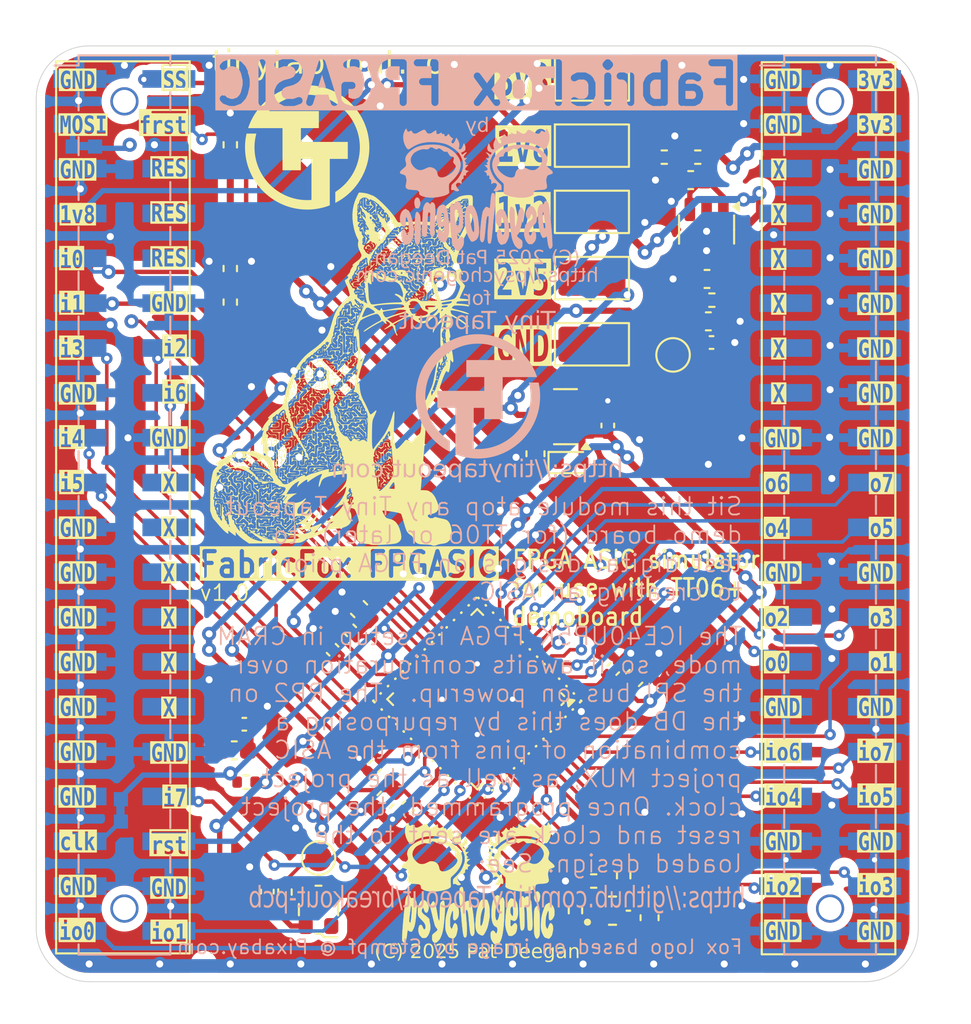
<source format=kicad_pcb>
(kicad_pcb (version 20241229) (generator "pcbnew") (generator_version "9.0")
  (title_block (title "FabricFox FPGASIC") (date "2025-06-24") (rev "1.0") (company "Psychogenic Technologies INC") (comment 1 "(C) 2025 Pat Deegan"))
  (layers (0 "F.Cu" signal) (4 "In1.Cu" signal) (6 "In2.Cu" signal) (2 "B.Cu" signal) (13 "F.Paste" user) (15 "B.Paste" user) (5 "F.SilkS" user "F.Silkscreen") (7 "B.SilkS" user "B.Silkscreen") (1 "F.Mask" user) (3 "B.Mask" user) (25 "Edge.Cuts" user))
  (net 0 "")
  (net 1 "+3V3")
  (net 2 "GND")
  (net 3 "/FPGA/VCC_PLL")
  (net 4 "+2V5")
  (net 5 "+1V2")
  (net 6 "/uin1")
  (net 8 "/uio0")
  (net 10 "/uin2")
  (net 11 "+1V8")
  (net 13 "/uin4")
  (net 14 "/c_~{rst}")
  (net 16 "/uin7")
  (net 17 "/uin6")
  (net 22 "/c_ena")
  (net 23 "/uin5")
  (net 24 "/uin0")
  (net 25 "/c_sel_inc")
  (net 27 "/proj_~{rst}")
  (net 28 "/uio1")
  (net 29 "/uin3")
  (net 30 "/uio4")
  (net 31 "/uout3")
  (net 33 "/uio7")
  (net 35 "/uout0")
  (net 36 "/uio2")
  (net 38 "/uio5")
  (net 39 "/uout6")
  (net 41 "/uout7")
  (net 42 "/uio6")
  (net 43 "/uout4")
  (net 44 "/uio3")
  (net 45 "/uout5")
  (net 46 "/uout2")
  (net 47 "/uout1")
  (net 51 "Net-(D3-Pad3)")
  (net 52 "Net-(D3-Pad2)")
  (net 53 "Net-(D3-Pad1)")
  (net 54 "/SPI.SCK")
  (net 55 "/SPI.MOSI")
  (net 56 "/SPI.~{SS}")
  (net 57 "/FPGA/CDONE")
  (net 58 "/FPGA/RGB_R")
  (net 59 "/FPGA/RGB_G")
  (net 60 "/FPGA/RGB_B")
  (net 61 "/FPGA/FPGA_INT_CLK")
  (net 62 "/FPGA/xclk")
  (net 64 "/SPI.MISO")
  (net 69 "/p_clk")
  (net 72 "/FPGA/VRIN")
  (footprint "Package_DFN_QFN:QFN-48-1EP_7x7mm_P0.5mm_EP5.6x5.6mm" (layer "F.Cu") (at 60 65 -135)
    (property "Reference" "U1" (hide yes))
    (property "Value" "ICE40UP5K-SG48I" (hide yes))
  )
  (footprint "flyingcarsfootprints:StitchingVia-0.4mmDrill" (layer "F.Cu") (at 39.2 43.8)
    (property "Reference" "STITCH01" (hide yes))
    (property "Value" "StitchingVia-0.4mmDrill" (hide yes))
  )
  (footprint "Resistor_SMD:R_0402_1005Metric" (layer "F.Cu") (at 46 42.51 -90)
    (property "Reference" "R1" (hide yes))
    (property "Value" "1k" (hide yes))
  )
  (footprint "Capacitor_SMD:C_0603_1608Metric" (layer "F.Cu") (at 54.8 70.7 -135)
    (property "Reference" "C9" (hide yes))
    (property "Value" "4u7" (hide yes))
  )
  (footprint "flyingcarsfootprints:StitchingVia-0.4mmDrill" (layer "F.Cu") (at 42 80)
    (property "Reference" "STITCH3" (hide yes))
    (property "Value" "StitchingVia-0.4mmDrill" (hide yes))
  )
  (footprint "flyingcarsfootprints:StitchingVia-0.4mmDrill" (layer "F.Cu") (at 44.8 29.1)
    (property "Reference" "STITCH15" (hide yes))
    (property "Value" "StitchingVia-0.4mmDrill" (hide yes))
  )
  (footprint "Capacitor_SMD:C_0603_1608Metric" (layer "F.Cu") (at 73.1 43.6)
    (property "Reference" "C2" (hide yes))
    (property "Value" "4u7" (hide yes))
  )
  (footprint "flyingcarsfootprints:StitchingVia-0.4mmDrill" (layer "F.Cu") (at 40 29.1)
    (property "Reference" "STITCH14" (hide yes))
    (property "Value" "StitchingVia-0.4mmDrill" (hide yes))
  )
  (footprint "flyingcarsfootprints:StitchingVia-0.4mmDrill" (layer "F.Cu") (at 74 80)
    (property "Reference" "STITCH11" (hide yes))
    (property "Value" "StitchingVia-0.4mmDrill" (hide yes))
  )
  (footprint "flyingcarsfootprints:StitchingVia-0.4mmDrill" (layer "F.Cu") (at 62.5 34.8)
    (property "Reference" "STITCH01" (hide yes))
    (property "Value" "StitchingVia-0.4mmDrill" (hide yes))
  )
  (footprint "Resistor_SMD:R_0402_1005Metric" (layer "F.Cu") (at 65.566922 76.978966 90)
    (property "Reference" "R6" (hide yes))
    (property "Value" "100" (hide yes))
  )
  (footprint "flyingcarsfootprints:StitchingVia-0.4mmDrill" (layer "F.Cu") (at 55.8 57.9)
    (property "Reference" "STITCH01" (hide yes))
    (property "Value" "StitchingVia-0.4mmDrill" (hide yes))
  )
  (footprint "Resistor_SMD:R_0402_1005Metric" (layer "F.Cu") (at 66.6 75.3 180)
    (property "Reference" "R7" (hide yes))
    (property "Value" "68" (hide yes))
  )
  (footprint "flyingcarsfootprints:StitchingVia-0.4mmDrill" (layer "F.Cu") (at 61.3 54.3)
    (property "Reference" "STITCH01" (hide yes))
    (property "Value" "StitchingVia-0.4mmDrill" (hide yes))
  )
  (footprint "Capacitor_SMD:C_0402_1005Metric" (layer "F.Cu") (at 67.70724 63.29667 45)
    (property "Reference" "C17" (hide yes))
    (property "Value" "100n" (hide yes))
  )
  (footprint "Capacitor_SMD:C_0402_1005Metric" (layer "F.Cu") (at 73.28 44.8)
    (property "Reference" "C3" (hide yes))
    (property "Value" "100n" (hide yes))
  )
  (footprint "Capacitor_SMD:C_0603_1608Metric" (layer "F.Cu") (at 63.3 51.1 -90)
    (property "Reference" "C4" (hide yes))
    (property "Value" "4u7" (hide yes))
  )
  (footprint "flyingcarsfootprints:StitchingVia-0.4mmDrill" (layer "F.Cu") (at 71.3 59.9)
    (property "Reference" "STITCH01" (hide yes))
    (property "Value" "StitchingVia-0.4mmDrill" (hide yes))
  )
  (footprint "Diode_SMD:D_SOD-523" (layer "F.Cu") (at 65.3 51.6)
    (property "Reference" "D1" (hide yes))
    (property "Value" "1N4448WT" (hide yes))
  )
  (footprint "Resistor_SMD:R_0402_1005Metric" (layer "F.Cu") (at 46.9 69.7 180)
    (property "Reference" "R3" (hide yes))
    (property "Value" "10k" (hide yes))
  )
  (footprint "flyingcarsfootprints:StitchingVia-0.4mmDrill" (layer "F.Cu") (at 51.2 44.1)
    (property "Reference" "STITCH01" (hide yes))
    (property "Value" "StitchingVia-0.4mmDrill" (hide yes))
  )
  (footprint "flyingcarsfootprints:StitchingVia-0.4mmDrill" (layer "F.Cu") (at 44.8 40.2)
    (property "Reference" "STITCH01" (hide yes))
    (property "Value" "StitchingVia-0.4mmDrill" (hide yes))
  )
  (footprint "flyingcarsfootprints:StitchingVia-0.4mmDrill" (layer "F.Cu") (at 75 76.7)
    (property "Reference" "STITCH01" (hide yes))
    (property "Value" "StitchingVia-0.4mmDrill" (hide yes))
  )
  (footprint "Resistor_SMD:R_0402_1005Metric" (layer "F.Cu") (at 70.6 34.3)
    (property "Reference" "R12" (hide yes))
    (property "Value" "0" (hide yes))
  )
  (footprint "flyingcarsfootprints:StitchingVia-0.4mmDrill" (layer "F.Cu") (at 49.6 46.4)
    (property "Reference" "STITCH01" (hide yes))
    (property "Value" "StitchingVia-0.4mmDrill" (hide yes))
  )
  (footprint "flyingcarsfootprints:StitchingVia-0.4mmDrill" (layer "F.Cu") (at 65.9 65.7)
    (property "Reference" "STITCH01" (hide yes))
    (property "Value" "StitchingVia-0.4mmDrill" (hide yes))
  )
  (footprint "flyingcarsfootprints:StitchingVia-0.4mmDrill" (layer "F.Cu") (at 61.3 71.7)
    (property "Reference" "STITCH01" (hide yes))
    (property "Value" "StitchingVia-0.4mmDrill" (hide yes))
  )
  (footprint "flyingcarsfootprints:StitchingVia-0.4mmDrill" (layer "F.Cu") (at 75 71.5)
    (property "Reference" "STITCH01" (hide yes))
    (property "Value" "StitchingVia-0.4mmDrill" (hide yes))
  )
  (footprint "Resistor_SMD:R_0402_1005Metric" (layer "F.Cu") (at 46 33.6 90)
    (property "Reference" "R4" (hide yes))
    (property "Value" "10k" (hide yes))
  )
  (footprint "Resistor_SMD:R_0402_1005Metric" (layer "F.Cu") (at 46 30.6 -90)
    (property "Reference" "R5" (hide yes))
    (property "Value" "1k" (hide yes))
  )
  (footprint "Capacitor_SMD:C_0603_1608Metric" (layer "F.Cu") (at 73.025 41.2 180)
    (property "Reference" "C11" (hide yes))
    (property "Value" "1u" (hide yes))
  )
  (footprint "TestPoint:TestPoint_Keystone_5019_Miniature" (layer "F.Cu") (at 66.5 33.65)
    (property "Reference" "TP4" (hide yes))
    (property "Value" "TestPoint_Flag" (hide yes))
  )
  (footprint "Oscillator:Oscillator_SMD_ECS_2520MV-xxx-xx-4Pin_2.5x2.0mm" (layer "F.Cu") (at 51 76.925 180)
    (property "Reference" "X1" (hide yes))
    (property "Value" "24MHz" (hide yes))
  )
  (footprint "flyingcarsfootprints:StitchingVia-0.4mmDrill" (layer "F.Cu") (at 54 80)
    (property "Reference" "STITCH6" (hide yes))
    (property "Value" "StitchingVia-0.4mmDrill" (hide yes))
  )
  (footprint "flyingcarsfootprints:StitchingVia-0.4mmDrill" (layer "F.Cu") (at 75.3 56.9)
    (property "Reference" "STITCH01" (hide yes))
    (property "Value" "StitchingVia-0.4mmDrill" (hide yes))
  )
  (footprint "Capacitor_SMD:C_0603_1608Metric" (layer "F.Cu") (at 68.9 63.8 45)
    (property "Reference" "C18" (hide yes))
    (property "Value" "4u7" (hide yes))
  )
  (footprint "Fiducial:Fiducial_0.5mm_Mask1mm" (layer "F.Cu") (at 44.5 80)
    (property "Reference" "FID1" (hide yes))
    (property "Value" "Fiducial" (hide yes))
  )
  (footprint "flyingcarsfootprints:StitchingVia-0.4mmDrill" (layer "F.Cu") (at 48.1 65.4)
    (property "Reference" "STITCH01" (hide yes))
    (property "Value" "StitchingVia-0.4mmDrill" (hide yes))
  )
  (footprint "flyingcarsfootprints:StitchingVia-0.4mmDrill" (layer "F.Cu") (at 63.4 29)
    (property "Reference" "STITCH01" (hide yes))
    (property "Value" "StitchingVia-0.4mmDrill" (hide yes))
  )
  (footprint "Capacitor_SMD:C_0603_1608Metric" (layer "F.Cu") (at 53.3 59.9 135)
    (property "Reference" "C16" (hide yes))
    (property "Value" "4u7" (hide yes))
  )
  (footprint "FPGASIC:foxlogo_med" (layer "F.Cu") (at 44.70078 56.24443)
    (property "Reference" "FOXLOGOMED" (hide yes))
    (property "Value" "LOGO" (hide yes))
  )
  (footprint "flyingcarsfootprints:StitchingVia-0.4mmDrill" (layer "F.Cu") (at 80.1 52.5)
    (property "Reference" "STITCH01" (hide yes))
    (property "Value" "StitchingVia-0.4mmDrill" (hide yes))
  )
  (footprint "Resistor_SMD:R_0402_1005Metric" (layer "F.Cu") (at 73.3 42.4 180)
    (property "Reference" "R2" (hide yes))
    (property "Value" "100" (hide yes))
  )
  (footprint "flyingcarsfootprints:StitchingVia-0.4mmDrill" (layer "F.Cu") (at 76.8 38.7)
    (property "Reference" "STITCH01" (hide yes))
    (property "Value" "StitchingVia-0.4mmDrill" (hide yes))
  )
  (footprint "flyingcarsfootprints:StitchingVia-0.4mmDrill" (layer "F.Cu") (at 47.2 40.2)
    (property "Reference" "STITCH01" (hide yes))
    (property "Value" "StitchingVia-0.4mmDrill" (hide yes))
  )
  (footprint "flyingcarsfootprints:StitchingVia-0.4mmDrill" (layer "F.Cu") (at 59.1 75.1)
    (property "Reference" "STITCH01" (hide yes))
    (property "Value" "StitchingVia-0.4mmDrill" (hide yes))
  )
  (footprint "flyingcarsfootprints:StitchingVia-0.4mmDrill" (layer "F.Cu") (at 46 80)
    (property "Reference" "STITCH4" (hide yes))
    (property "Value" "StitchingVia-0.4mmDrill" (hide yes))
  )
  (footprint "Capacitor_SMD:C_0402_1005Metric" (layer "F.Cu") (at 54.2 68.8 -135)
    (property "Reference" "C12" (hide yes))
    (property "Value" "100n" (hide yes))
  )
  (footprint "flyingcarsfootprints:StitchingVia-0.4mmDrill" (layer "F.Cu") (at 58.7 29.05)
    (property "Reference" "STITCH01" (hide yes))
    (property "Value" "StitchingVia-0.4mmDrill" (hide yes))
  )
  (footprint "flyingcarsfootprints:StitchingVia-0.4mmDrill" (layer "F.Cu") (at 45.4 53)
    (property "Reference" "STITCH01" (hide yes))
    (property "Value" "StitchingVia-0.4mmDrill" (hide yes))
  )
  (footprint "flyingcarsfootprints:StitchingVia-0.4mmDrill" (layer "F.Cu") (at 49.9 51.3)
    (property "Reference" "STITCH01" (hide yes))
    (property "Value" "StitchingVia-0.4mmDrill" (hide yes))
  )
  (footprint "flyingcarsfootprints:StitchingVia-0.4mmDrill" (layer "F.Cu") (at 69.5 38)
    (property "Reference" "STITCH01" (hide yes))
    (property "Value" "StitchingVia-0.4mmDrill" (hide yes))
  )
  (footprint "Fiducial:Fiducial_0.5mm_Mask1mm" (layer "F.Cu") (at 74 29)
    (property "Reference" "FID2" (hide yes))
    (property "Value" "Fiducial" (hide yes))
  )
  (footprint "flyingcarsfootprints:StitchingVia-0.4mmDrill" (layer "F.Cu") (at 47.2 47.3)
    (property "Reference" "STITCH01" (hide yes))
    (property "Value" "StitchingVia-0.4mmDrill" (hide yes))
  )
  (footprint "flyingcarsfootprints:StitchingVia-0.4mmDrill" (layer "F.Cu") (at 61.2 57.6)
    (property "Reference" "STITCH01" (hide yes))
    (property "Value" "StitchingVia-0.4mmDrill" (hide yes))
  )
  (footprint "flyingcarsfootprints:StitchingVia-0.4mmDrill" (layer "F.Cu") (at 38 80)
    (property "Reference" "STITCH2" (hide yes))
    (property "Value" "StitchingVia-0.4mmDrill" (hide yes))
  )
  (footprint "Fiducial:Fiducial_0.5mm_Mask1mm" (layer "F.Cu") (at 75.5 80)
    (property "Reference" "FID3" (hide yes))
    (property "Value" "Fiducial" (hide yes))
  )
  (footprint "flyingcarsfootprints:StitchingVia-0.4mmDrill" (layer "F.Cu") (at 80.1 62.7)
    (property "Reference" "STITCH01" (hide yes))
    (property "Value" "StitchingVia-0.4mmDrill" (hide yes))
  )
  (footprint "flyingcarsfootprints:StitchingVia-0.4mmDrill" (layer "F.Cu") (at 58.8 40.5)
    (property "Reference" "STITCH01" (hide yes))
    (property "Value" "StitchingVia-0.4mmDrill" (hide yes))
  )
  (footprint "flyingcarsfootprints:PsychoLogoSmall" (layer "F.Cu") (at 60 75.4)
    (property "Reference" "{$REFERENCE}" (hide yes))
    (property "Value" "PSYLOGO" (hide yes))
  )
  (footprint "Resistor_SMD:R_0402_1005Metric" (layer "F.Cu") (at 46 40.61 -90)
    (property "Reference" "R10" (hide yes))
    (property "Value" "10k" (hide yes))
  )
  (footprint "flyingcarsfootprints:StitchingVia-0.4mmDrill" (layer "F.Cu") (at 41.7 33.6)
    (property "Reference" "STITCH01" (hide yes))
    (property "Value" "StitchingVia-0.4mmDrill" (hide yes))
  )
  (footprint "Capacitor_SMD:C_0603_1608Metric" (layer "F.Cu") (at 46.225 67.9 180)
    (property "Reference" "C5" (hide yes))
    (property "Value" "10u" (hide yes))
  )
  (footprint "flyingcarsfootprints:StitchingVia-0.4mmDrill" (layer "F.Cu") (at 54.5 31.4)
    (property "Reference" "STITCH01" (hide yes))
    (property "Value" "StitchingVia-0.4mmDrill" (hide yes))
  )
  (footprint "flyingcarsfootprints:StitchingVia-0.4mmDrill" (layer "F.Cu") (at 80 29.1)
    (property "Reference" "STITCH01" (hide yes))
    (property "Value" "StitchingVia-0.4mmDrill" (hide yes))
  )
  (footprint "flyingcarsfootprints:StitchingVia-0.4mmDrill" (layer "F.Cu") (at 39.2 38.8)
    (property "Reference" "STITCH01" (hide yes))
    (property "Value" "StitchingVia-0.4mmDrill" (hide yes))
  )
  (footprint "flyingcarsfootprints:StitchingVia-0.4mmDrill" (layer "F.Cu") (at 50 80)
    (property "Reference" "STITCH5" (hide yes))
    (property "Value" "StitchingVia-0.4mmDrill" (hide yes))
  )
  (footprint "Resistor_SMD:R_0402_1005Metric" (layer "F.Cu") (at 49.1 75.925 90)
    (property "Reference" "R9" (hide yes))
    (property "Value" "100" (hide yes))
  )
  (footprint "flyingcarsfootprints:StitchingVia-0.4mmDrill" (layer "F.Cu") (at 80.1 57.2)
    (property "Reference" "STITCH01" (hide yes))
    (property "Value" "StitchingVia-0.4mmDrill" (hide yes))
  )
  (footprint "flyingcarsfootprints:StitchingVia-0.4mmDrill" (layer "F.Cu") (at 62 80)
    (property "Reference" "STITCH8" (hide yes))
    (property "Value" "StitchingVia-0.4mmDrill" (hide yes))
  )
  (footprint "Capacitor_SMD:C_0402_1005Metric" (layer "F.Cu") (at 48.1 75.9 90)
    (property "Reference" "C14" (hide yes))
    (property "Value" "100n" (hide yes))
  )
  (footprint "TestPoint:TestPoint_Keystone_5019_Miniature" (layer "F.Cu") (at 66.5 29.9)
    (property "Reference" "TP6" (hide yes))
    (property "Value" "TestPoint_Flag" (hide yes))
  )
  (footprint "flyingcarsfootprints:NetTie-2-small" (layer "F.Cu") (at 42.6 29.9)
    (property "Reference" "NT3" (hide yes))
    (property "Value" "NetTie_2" (hide yes))
  )
  (footprint "flyingcarsfootprints:StitchingVia-0.4mmDrill" (layer "F.Cu") (at 68 56.8)
    (property "Reference" "STITCH01" (hide yes))
    (property "Value" "StitchingVia-0.4mmDrill" (hide yes))
  )
  (footprint "TestPoint:TestPoint_Pad_D1.5mm" (layer "F.Cu") (at 71.1 45.5 -90)
    (property "Reference" "TP1" (hide yes))
    (property "Value" "TestPoint" (hide yes))
  )
  (footprint "flyingcarsfootprints:StitchingVia-0.4mmDrill" (layer "F.Cu") (at 80.1 59.9)
    (property "Reference" "STITCH01" (hide yes))
    (property "Value" "StitchingVia-0.4mmDrill" (hide yes))
  )
  (footprint "TestPoint:TestPoint_Keystone_5019_Miniature" (layer "F.Cu") (at 66.5 44.9)
    (property "Reference" "TP7" (hide yes))
    (property "Value" "TestPoint_Flag" (hide yes))
  )
  (footprint "flyingcarsfootprints:StitchingVia-0.4mmDrill" (layer "F.Cu") (at 75 66.1)
    (property "Reference" "STITCH01" (hide yes))
    (property "Value" "StitchingVia-0.4mmDrill" (hide yes))
  )
  (footprint "flyingcarsfootprints:StitchingVia-0.4mmDrill" (layer "F.Cu") (at 82 80)
    (property "Reference" "STITCH13" (hide yes))
    (property "Value" "StitchingVia-0.4mmDrill" (hide yes))
  )
  (footprint "flyingcarsfootprints:StitchingVia-0.4mmDrill" (layer "F.Cu") (at 74.3 62.1)
    (property "Reference" "STITCH01" (hide yes))
    (property "Value" "StitchingVia-0.4mmDrill" (hide yes))
  )
  (footprint "flyingcarsfootprints:StitchingVia-0.4mmDrill" (layer "F.Cu") (at 80.1 71)
    (property "Reference" "STITCH01" (hide yes))
    (property "Value" "StitchingVia-0.4mmDrill" (hide yes))
  )
  (footprint "Capacitor_SMD:C_0402_1005Metric" (layer "F.Cu") (at 46.795 66.42 180)
    (property "Reference" "C8" (hide yes))
    (property "Value" "100n" (hide yes))
  )
  (footprint "flyingcarsfootprints:StitchingVia-0.4mmDrill" (layer "F.Cu") (at 69.5 71.4)
    (property "Reference" "STITCH01" (hide yes))
    (property "Value" "StitchingVia-0.4mmDrill" (hide yes))
  )
  (footprint "TestPoint:TestPoint_Keystone_5019_Miniature" (layer "F.Cu") (at 66.5 41.15)
    (property "Reference" "TP5" (hide yes))
    (property "Value" "TestPoint_Flag" (hide yes))
  )
  (footprint "Capacitor_SMD:C_0603_1608Metric" (layer "F.Cu") (at 69.766922 77.378966 -90)
    (property "Reference" "C13" (hide yes))
    (property "Value" "4u7" (hide yes))
  )
  (footprint "TestPoint:TestPoint_Keystone_5019_Miniature" (layer "F.Cu") (at 66.5 37.4)
    (property "Reference" "TP3" (hide yes))
    (property "Value" "TestPoint_Flag" (hide yes))
  )
  (footprint "flyingcarsfootprints:StitchingVia-0.4mmDrill" (layer "F.Cu") (at 49.7 72.3)
    (property "Reference" "STITCH01" (hide yes))
    (property "Value" "StitchingVia-0.4mmDrill" (hide yes))
  )
  (footprint "flyingcarsfootprints:StitchingVia-0.4mmDrill" (layer "F.Cu") (at 66 80)
    (property "Reference" "STITCH9" (hide yes))
    (property "Value" "StitchingVia-0.4mmDrill" (hide yes))
  )
  (footprint "flyingcarsfootprints:StitchingVia-0.4mmDrill" (layer "F.Cu") (at 44.8 63.9)
    (property "Reference" "STITCH01" (hide yes))
    (property "Value" "StitchingVia-0.4mmDrill" (hide yes))
  )
  (footprint "flyingcarsfootprints:StitchingVia-0.4mmDrill" (layer "F.Cu") (at 71.2 33.1)
    (property "Reference" "STITCH01" (hide yes))
    (property "Value" "StitchingVia-0.4mmDrill" (hide yes))
  )
  (footprint "flyingcarsfootprints:StitchingVia-0.4mmDrill" (layer "F.Cu") (at 78 80)
    (property "Reference" "STITCH12" (hide yes))
    (property "Value" "StitchingVia-0.4mmDrill" (hide yes))
  )
  (footprint "flyingcarsfootprints:StitchingVia-0.4mmDrill" (layer "F.Cu") (at 53.6 29.05)
    (property "Reference" "STITCH01" (hide yes))
    (property "Value" "StitchingVia-0.4mmDrill" (hide yes))
  )
  (footprint "Capacitor_SMD:C_0402_1005Metric" (layer "F.Cu") (at 67.4 49.5 90)
    (property "Reference" "C1" (hide yes))
    (property "Value" "100n" (hide yes))
  )
  (footprint "Resistor_SMD:R_0402_1005Metric" (layer "F.Cu") (at 68.3 75 90)
    (property "Reference" "R8" (hide yes))
    (property "Value" "68" (hide yes))
  )
  (footprint "TestPoint:TestPoint_Pad_D1.5mm" (layer "F.Cu") (at 51 74 180)
    (property "Reference" "TP2" (hide yes))
    (property "Value" "TestPoint" (hide yes))
  )
  (footprint "flyingcarsfootprints:StitchingVia-0.4mmDrill" (layer "F.Cu") (at 58 80)
    (property "Reference" "STITCH7" (hide yes))
    (property "Value" "StitchingVia-0.4mmDrill" (hide yes))
  )
  (footprint "flyingcarsfootprints:StitchingVia-0.4mmDrill" (layer "F.Cu") (at 65 75.3)
    (property "Reference" "STITCH01" (hide yes))
    (property "Value" "StitchingVia-0.4mmDrill" (hide yes))
  )
  (footprint "flyingcarsfootprints:StitchingVia-0.4mmDrill" (layer "F.Cu") (at 51.7 40.5)
    (property "Reference" "STITCH01" (hide yes))
    (property "Value" "StitchingVia-0.4mmDrill" (hide yes))
  )
  (footprint "Package_TO_SOT_SMD:SOT-23" (layer "F.Cu") (at 65 49 180)
    (property "Reference" "D2" (hide yes))
    (property "Value" "BAS19" (hide yes))
  )
  (footprint "Package_TO_SOT_SMD:SOT-23-5" (layer "F.Cu") (at 73 38.4 -90)
    (property "Reference" "U2" (hide yes))
    (property "Value" "AP2112K-1.2" (hide yes))
  )
  (footprint "flyingcarsfootprints:StitchingVia-0.4mmDrill" (layer "F.Cu") (at 73.1 51.7)
    (property "Reference" "STITCH01" (hide yes))
    (property "Value" "StitchingVia-0.4mmDrill" (hide yes))
  )
  (footprint "flyingcarsfootprints:StitchingVia-0.4mmDrill" (layer "F.Cu") (at 69.2 50.3)
    (property "Reference" "STITCH01" (hide yes))
    (property "Value" "StitchingVia-0.4mmDrill" (hide yes))
  )
  (footprint "Capacitor_SMD:C_0402_1005Metric" (layer "F.Cu") (at 51.8 62.2 135)
    (property "Reference" "C10" (hide yes))
    (property "Value" "100n" (hide yes))
  )
  (footprint "Capacitor_SMD:C_0402_1005Metric" (layer "F.Cu") (at 56.1 71.1 -135)
    (property "Reference" "C6" (hide yes))
    (property "Value" "100n" (hide yes))
  )
  (footprint "flyingcarsfootprints:StitchingVia-0.4mmDrill" (layer "F.Cu") (at 70 80)
    (property "Reference" "STITCH10" (hide yes))
    (property "Value" "StitchingVia-0.4mmDrill" (hide yes))
  )
  (footprint "Logos:TT_logo" (layer "F.Cu") (at 50.4 33.8)
    (property "Reference" "TTLOGO1" (hide yes))
    (property "Value" "TT_logo" (hide yes))
  )
  (footprint "psysnapeda:LED_EAST1616RGBA3" (layer "F.Cu") (at 67.666922 76.978966)
    (property "Reference" "D3" (hide yes))
    (property "Value" "RGB" (hide yes))
  )
  (footprint "Resistor_SMD:R_0402_1005Metric" (layer "F.Cu") (at 72.5 34.3 180)
    (property "Reference" "R11" (hide yes))
    (property "Value" "0" (hide yes))
  )
  (footprint "Capacitor_SMD:C_0402_1005Metric" (layer "F.Cu") (at 52.8 61.1 135)
    (property "Reference" "C15" (hide yes))
    (property "Value" "100n" (hide yes))
  )
  (footprint "Capacitor_SMD:C_0603_1608Metric" (layer "F.Cu") (at 72.1 35.6 180)
    (property "Reference" "C7" (hide yes))
    (property "Value" "1u" (hide yes))
  )
  (footprint "flyingcarsfootprints:StitchingVia-0.4mmDrill" (layer "F.Cu") (at 71.6 29.1)
    (property "Reference" "STITCH14" (hide yes))
    (property "Value" "StitchingVia-0.4mmDrill" (hide yes))
  )
  (footprint "Logos:TT_logo" (layer "B.Cu") (at 60 47.9 180)
    (property "Reference" "TTLOGO1" (hide yes))
    (property "Value" "TT_logo" (hide yes))
  )
  (footprint "flyingcarsfootprints:NetTie-2-small" (layer "B.Cu") (at 39.8 71.3 -90)
    (property "Reference" "NT1" (hide yes))
    (property "Value" "NetTie_2")
  )
  (footprint "flyingcarsfootprints:NetTie-2-small" (layer "B.Cu") (at 37.7 33.7 180)
    (property "Reference" "NT2" (hide yes))
    (property "Value" "NetTie_2")
  )
  (footprint "flyingcarsfootprints:PsychoLogoSmall" (layer "B.Cu") (at 60 36.1 180)
    (property "Reference" "{$REFERENCE}" (hide yes))
    (property "Value" "PSYLOGO" (hide yes))
  )
  (footprint "TinyTapeout:FH-00148_PinSocket_2x20_P2.54mm" (layer "B.Cu") (at 40 54 180)
    (property "Reference" "CON1" (hide yes))
    (property "Value" "NPTC202KFMS-RC")
  )
  (footprint "TinyTapeout:FH-00148_PinSocket_2x20_P2.54mm" (layer "B.Cu") (at 80 54 180)
    (property "Reference" "CON2" (hide yes))
    (property "Value" "NPTC202KFMS-RC")
  )
  (gr_line (start 76.12744 79.45) (end 83.7 79.45) (stroke (width 0.12)) (layer "F.SilkS"))
  (gr_line (start 43.7 79.4) (end 43.7 66.1) (stroke (width 0.12)) (layer "F.SilkS"))
  (gr_line (start 36.12744 28.87256) (end 36.12744 79.4) (stroke (width 0.12)) (layer "F.SilkS"))
  (gr_line (start 60 71) (end 65.9 65.1) (stroke (width 0.14) (type dot)) (layer "F.SilkS"))
  (gr_line (start 54.1 65.1) (end 60 59.2) (stroke (width 0.14) (type dot)) (layer "F.SilkS"))
  (gr_line (start 76.12744 79.45) (end 76.12744 32.4) (stroke (width 0.12)) (layer "F.SilkS"))
  (gr_line (start 76.12744 28.92256) (end 76.12744 32.45) (stroke (width 0.12)) (layer "F.SilkS"))
  (gr_line (start 43.7 28.87256) (end 43.7 66.2) (stroke (width 0.12)) (layer "F.SilkS"))
  (gr_line (start 83.7 79.45) (end 83.7 28.92256) (stroke (width 0.12)) (layer "F.SilkS"))
  (gr_line (start 65.9 65.1) (end 60 59.2) (stroke (width 0.14) (type dot)) (layer "F.SilkS"))
  (gr_line (start 36.12744 79.4) (end 43.7 79.4) (stroke (width 0.12)) (layer "F.SilkS"))
  (gr_line (start 83.7 28.92256) (end 76.12744 28.92256) (stroke (width 0.12)) (layer "F.SilkS"))
  (gr_line (start 60 71) (end 54.1 65.1) (stroke (width 0.14) (type dot)) (layer "F.SilkS"))
  (gr_line (start 43.7 28.87256) (end 36.12744 28.87256) (stroke (width 0.12)) (layer "F.SilkS"))
  (gr_arc (start 38 81) (mid 35.87868 80.12132) (end 35 78) (stroke (width 0.05)) (layer "Edge.Cuts"))
  (gr_line (start 38 28) (end 82 28) (stroke (width 0.05)) (layer "Edge.Cuts"))
  (gr_line (start 85 31) (end 85 78) (stroke (width 0.05)) (layer "Edge.Cuts"))
  (gr_line (start 35 78) (end 35 31) (stroke (width 0.05)) (layer "Edge.Cuts"))
  (gr_arc (start 82 28) (mid 84.12132 28.87868) (end 85 31) (stroke (width 0.05)) (layer "Edge.Cuts"))
  (gr_arc (start 35 31) (mid 35.87868 28.87868) (end 38 28) (stroke (width 0.05)) (layer "Edge.Cuts"))
  (gr_line (start 82 81) (end 38 81) (stroke (width 0.05)) (layer "Edge.Cuts"))
  (gr_arc (start 85 78) (mid 84.12132 80.12132) (end 82 81) (stroke (width 0.05)) (layer "Edge.Cuts"))
  (gr_text "FPGA ASIC simulator\nfor use with TT06+\ndemoboard" (at 61.9 60.9 0) (layer "F.SilkS") (effects (font (size 1 0.9)) (justify left bottom)))
  (gr_text "GND" (at 36.32744 58.505263 0) (layer "F.SilkS" knockout) (effects (font (size 1 0.8) (thickness 0.127) (bold yes)) (justify left bottom)))
  (gr_text "i7" (at 43.52744 71.252191 0) (layer "F.SilkS" knockout) (effects (font (size 1 0.8) (thickness 0.127) (bold yes)) (justify right bottom)))
  (gr_text "~{rst}" (at 43.52744 73.937586 0) (layer "F.SilkS" knockout) (effects (font (size 1 0.8) (thickness 0.127) (bold yes)) (justify right bottom)))
  (gr_text "GND" (at 76.3 66.115789 0) (layer "F.SilkS" knockout) (effects (font (size 1 0.8) (thickness 0.127) (bold yes)) (justify left bottom)))
  (gr_text "GND" (at 64.1 46.2 0) (layer "F.SilkS" knockout) (effects (font (size 1.8 1.2) (thickness 0.127) (bold yes)) (justify right bottom)))
  (gr_text "o3" (at 83.6 61.042105 0) (layer "F.SilkS" knockout) (effects (font (size 1 0.8) (thickness 0.127) (bold yes)) (justify right bottom)))
  (gr_text " X " (at 78.1 45.821053 0) (layer "F.SilkS" knockout) (effects (font (size 1 0.8) (thickness 0.127) (bold yes)) (justify right bottom)))
  (gr_text "GND" (at 43.52744 50.858033 0) (layer "F.SilkS" knockout) (effects (font (size 1 0.8) (thickness 0.127) (bold yes)) (justify right bottom)))
  (gr_text "GND" (at 76.3 78.8 0) (layer "F.SilkS" knockout) (effects (font (size 1 0.8) (thickness 0.127) (bold yes)) (justify left bottom)))
  (gr_text "f~{rst}" (at 43.52744 33.14927 0) (layer "F.SilkS" knockout) (effects (font (size 1 0.8) (thickness 0.127) (bold yes)) (justify right bottom)))
  (gr_text " X " (at 43.52744 61.055112 0) (layer "F.SilkS" knockout) (effects (font (size 1 0.8) (thickness 0.127) (bold yes)) (justify right bottom)))
  (gr_text "i6" (at 43.52744 48.308763 0) (layer "F.SilkS" knockout) (effects (font (size 1 0.8) (thickness 0.127) (bold yes)) (justify right bottom)))
  (gr_text " X " (at 78.1 38.210526 0) (layer "F.SilkS" knockout) (effects (font (size 1 0.8) (thickness 0.127) (bold yes)) (justify right bottom)))
  (gr_text "3v3" (at 83.6 33.136842 0) (layer "F.SilkS" knockout) (effects (font (size 1 0.8) (thickness 0.127) (bold yes)) (justify right bottom)))
  (gr_text "FabricFox FPGASIC" (at 44.1 58.2 0) (layer "F.SilkS" knockout) (effects (font (size 1.4 1.2) (thickness 0.24) (bold yes)) (justify left bottom)))
  (gr_text "io0" (at 36.3 78.8 0) (layer "F.SilkS" knockout) (effects (font (size 1 0.8) (thickness 0.127) (bold yes)) (justify left bottom)))
  (gr_text "GND" (at 83.594444 48.384847 0) (layer "F.SilkS" knockout) (effects (font (size 1.05 0.8) (thickness 0.127) (bold yes)) (justify right bottom)))
  (gr_text "(C) 2025 Pat Deegan" (at 60 79.8 0) (layer "F.SilkS") (effects (font (size 0.8 0.8) (thickness 0.1)) (justify bottom)))
  (gr_text "i1" (at 36.32744 43.284211 0) (layer "F.SilkS" knockout) (effects (font (size 1 0.8) (thickness 0.127) (bold yes)) (justify left bottom)))
  (gr_text "RES" (at 43.52744 35.562414 0) (layer "F.SilkS" knockout) (effects (font (size 1 0.8) (thickness 0.127) (bold yes)) (justify right bottom)))
  (gr_text "GND" (at 83.6 66.115789 0) (layer "F.SilkS" knockout) (effects (font (size 1 0.8) (thickness 0.127) (bold yes)) (justify right bottom)))
  (gr_text "GND" (at 36.32744 35.673684 0) (layer "F.SilkS" knockout) (effects (font (size 1 0.8) (thickness 0.127) (bold yes)) (justify left bottom)))
  (gr_text "GND" (at 36.32744 30.6 0) (layer "F.SilkS" knockout) (effects (font (size 1 0.8) (thickness 0.127) (bold yes)) (justify left bottom)))
  (gr_text "GND" (at 78.3 50.894737 0) (layer "F.SilkS" knockout) (effects (font (size 1 0.8) (thickness 0.127) (bold yes)) (justify right bottom)))
  (gr_text "1v2" (at 64.1 38.65 0) (layer "F.SilkS" knockout) (effects (font (size 1.8 1.2) (thickness 0.127) (bold yes)) (justify right bottom)))
  (gr_text "o5" (at 83.6 55.968421 0) (layer "F.SilkS" knockout) (effects (font (size 1 0.8) (thickness 0.127) (bold yes)) (justify right bottom)))
  (gr_text "RES" (at 43.52744 40.660954 0) (layer "F.SilkS" knockout) (effects (font (size 1 0.8) (thickness 0.127) (bold yes)) (justify right bottom)))
  (gr_text "GND" (at 76.3 33.136842 0) (layer "F.SilkS" knockout) (effects (font (size 1 0.8) (thickness 0.127) (bold yes)) (justify left bottom)))
  (gr_text "v1.0" (at 44.2 59.5 0) (layer "F.SilkS") (effects (font (size 0.9 0.9) (thickness 0.1)) (justify left bottom)))
  (gr_text "1v8" (at 64.1 34.875 0) (layer "F.SilkS" knockout) (effects (font (size 1.8 1.2) (thickness 0.127) (bold yes)) (justify right bottom)))
  (gr_text "GND" (at 38.32744 71.189474 0) (layer "F.SilkS" knockout) (effects (font (size 1 0.8) (thickness 0.127) (bold yes)) (justify right bottom)))
  (gr_text "GND" (at 83.6 38.210526 0) (layer "F.SilkS" knockout) (effects (font (size 1 0.8) (thickness 0.127) (bold yes)) (justify right bottom)))
  (gr_text " X " (at 78.1 43.284211 0) (layer "F.SilkS" knockout) (effects (font (size 1 0.8) (thickness 0.127) (bold yes)) (justify right bottom)))
  (gr_text "GND" (at 43.52744 76.35073 0) (layer "F.SilkS" knockout) (effects (font (size 1 0.8) (thickness 0.127) (bold yes)) (justify right bottom)))
  (gr_text "io1" (at 43.52744 78.9 0) (layer "F.SilkS" knockout) (effects (font (size 1 0.8) (thickness 0.127) (bold yes)) (justify right bottom)))
  (gr_text "RES" (at 43.52744 38.111684 0) (layer "F.SilkS" knockout) (effects (font (size 1 0.8) (thickness 0.127) (bold yes)) (justify right bottom)))
  (gr_text "i4" (at 36.32744 50.894737 0) (layer "F.SilkS" knockout) (effects (font (size 1 0.8) (thickness 0.127) (bold yes)) (justify left bottom)))
  (gr_text "GND" (at 83.6 35.673684 0) (layer "F.SilkS" knockout) (effects (font (size 1 0.8) (thickness 0.127) (bold yes)) (justify right bottom)))
  (gr_text "i3" (at 36.32744 45.821053 0) (layer "F.SilkS" knockout) (effects (font (size 1 0.8) (thickness 0.127) (bold yes)) (justify left bottom)))
  (gr_text "GND" (at 83.6 43.284211 0) (layer "F.SilkS" knockout) (effects (font (size 1 0.8) (thickness 0.127) (bold yes)) (justify right bottom)))
  (gr_text "io6" (at 76.3 68.652632 0) (layer "F.SilkS" knockout) (effects (font (size 1 0.8) (thickness 0.127) (bold yes)) (justify left bottom)))
  (gr_text "GND" (at 76.3 58.505263 0) (layer "F.SilkS" knockout) (effects (font (size 1 0.8) (thickness 0.127) (bold yes)) (justify left bottom)))
  (gr_text " X " (at 43.52744 66.153651 0) (layer "F.SilkS" knockout) (effects (font (size 1 0.8) (thickness 0.127) (bold yes)) (justify right bottom)))
  (gr_text " X " (at 78.1 35.673684 0) (layer "F.SilkS" knockout) (effects (font (size 1 0.8) (thickness 0.127) (bold yes)) (justify right bottom)))
  (gr_text "io7" (at 83.6 68.652632 0) (layer "F.SilkS" knockout) (effects (font (size 1 0.8) (thickness 0.127) (bold yes)) (justify right bottom)))
  (gr_text "io4" (at 76.3 71.189474 0) (layer "F.SilkS" knockout) (effects (font (size 1 0.8) (thickness 0.127) (bold yes)) (justify left bottom)))
  (gr_text "tinytapeout.com" (at 44.95 29.8 0) (layer "F.SilkS") (effects (font (size 1.35 1.3) (thickness 0.1)) (justify left bottom)))
  (gr_text "GND" (at 36.32744 76.263158 0) (layer "F.SilkS" knockout) (effects (font (size 1 0.8) (thickness 0.127) (bold yes)) (justify left bottom)))
  (gr_text "2v5" (at 64.1 42.425 0) (layer "F.SilkS" knockout) (effects (font (size 1.8 1.2) (thickness 0.127) (bold yes)) (justify right bottom)))
  (gr_text "GND" (at 83.6 45.821053 0) (layer "F.SilkS" knockout) (effects (font (size 1 0.8) (thickness 0.127) (bold yes)) (justify right bottom)))
  (gr_text "~{SS}" (at 43.52744 30.6 0) (layer "F.SilkS" knockout) (effects (font (size 1 0.8) (thickness 0.127) (bold yes)) (justify right bottom)))
  (gr_text "i2" (at 43.52744 45.759493 0) (layer "F.SilkS" knockout) (effects (font (size 1 0.8) (thickness 0.127) (bold yes)) (justify right bottom)))
  (gr_text "o1" (at 83.6 63.578947 0) (layer "F.SilkS" knockout) (effects (font (size 1 0.8) (thickness 0.127) (bold yes)) (justify right bottom)))
  (gr_text "o7" (at 83.6 53.431579 0) (layer "F.SilkS" knockout) (effects (font (size 1 0.8) (thickness 0.127) (bold yes)) (justify right bottom)))
  (gr_text " X " (at 78.1 40.747368 0) (layer "F.SilkS" knockout) (effects (font (size 1 0.8) (thickness 0.127) (bold yes)) (justify right bottom)))
  (gr_text " X " (at 43.52744 53.407303 0) (layer "F.SilkS" knockout) (effects (font (size 1 0.8) (thickness 0.127) (bold yes)) (justify right bottom)))
  (gr_text " X " (at 43.52744 63.604382 0) (layer "F.SilkS" knockout) (effects (font (size 1 0.8) (thickness 0.127) (bold yes)) (justify right bottom)))
  (gr_text "GND" (at 83.6 40.747368 0) (layer "F.SilkS" knockout) (effects (font (size 1 0.8) (thickness 0.127) (bold yes)) (justify right bottom)))
  (gr_text "o2" (at 76.3 61.042105 0) (layer "F.SilkS" knockout) (effects (font (size 1 0.8) (thickness 0.127) (bold yes)) (justify left bottom)))
  (gr_text "GND" (at 83.6 78.8 0) (layer "F.SilkS" knockout) (effects (font (size 1 0.8) (thickness 0.127) (bold yes)) (justify right bottom)))
  (gr_text "GND" (at 76.3 30.6 0) (layer "F.SilkS" knockout) (effects (font (size 1 0.8) (thickness 0.127) (bold yes)) (justify left bottom)))
  (gr_text "GND" (at 43.52744 68.702921 0) (layer "F.SilkS" knockout) (effects (font (size 1 0.8) (thickness 0.127) (bold yes)) (justify right bottom)))
  (gr_text "io2" (at 76.3 76.263158 0) (layer "F.SilkS" knockout) (effects (font (size 1 0.8) (thickness 0.127) (bold yes)) (justify left bottom)))
  (gr_text "GND" (at 36.32744 68.652632 0) (layer "F.SilkS" knockout) (effects (font (size 1 0.8) (thickness 0.127) (bold yes)) (justify left bottom)))
  (gr_text "GND" (at 36.32744 55.968421 0) (layer "F.SilkS" knockout) (effects (font (size 1 0.8) (thickness 0.127) (bold yes)) (justify left bottom)))
  (gr_text " X " (at 43.52744 55.956572 0) (layer "F.SilkS" knockout) (effects (font (size 1 0.8) (thickness 0.127) (bold yes)) (justify right bottom)))
  (gr_text "GND" (at 36.32744 66.115789 0) (layer "F.SilkS" knockout) (effects (font (size 1 0.8) (thickness 0.127) (bold yes)) (justify left bottom)))
  (gr_text "GND" (at 36.32744 61.042105 0) (layer "F.SilkS" knockout) (effects (font (size 1 0.8) (thickness 0.127) (bold yes)) (justify left bottom)))
  (gr_text "io5" (at 83.6 71.189474 0) (layer "F.SilkS" knockout) (effects (font (size 1 0.8) (thickness 0.127) (bold yes)) (justify right bottom)))
  (gr_text "o6" (at 76.3 53.431579 0) (layer "F.SilkS" knockout) (effects (font (size 1 0.8) (thickness 0.127) (bold yes)) (justify left bottom)))
  (gr_text "3v3" (at 64.1 31.1 0) (layer "F.SilkS" knockout) (effects (font (size 1.8 1.2) (thickness 0.127) (bold yes)) (justify right bottom)))
  (gr_text "GND" (at 83.6 58.505263 0) (layer "F.SilkS" knockout) (effects (font (size 1 0.8) (thickness 0.127) (bold yes)) (justify right bottom)))
  (gr_text "i5" (at 36.32744 53.431579 0) (layer "F.SilkS" knockout) (effects (font (size 1 0.8) (thickness 0.127) (bold yes)) (justify left bottom)))
  (gr_text "o4" (at 76.3 55.968421 0) (layer "F.SilkS" knockout) (effects (font (size 1 0.8) (thickness 0.127) (bold yes)) (justify left bottom)))
  (gr_text "GND" (at 83.6 73.726316 0) (layer "F.SilkS" knockout) (effects (font (size 1 0.8) (thickness 0.127) (bold yes)) (justify right bottom)))
  (gr_text " X " (at 43.52744 58.505842 0) (layer "F.SilkS" knockout) (effects (font (size 1 0.8) (thickness 0.127) (bold yes)) (justify right bottom)))
  (gr_text "clk" (at 36.32744 73.726316 0) (layer "F.SilkS" knockout) (effects (font (size 1 0.8) (thickness 0.127) (bold yes)) (justify left bottom)))
  (gr_text "io3" (at 83.6 76.263158 0) (layer "F.SilkS" knockout) (effects (font (size 1 0.8) (thickness 0.127) (bold yes)) (justify right bottom)))
  (gr_text "GND" (at 43.52744 43.210224 0) (layer "F.SilkS" knockout) (effects (font (size 1 0.8) (thickness 0.127) (bold yes)) (justify right bottom)))
  (gr_text "GND" (at 83.6 50.894737 0) (layer "F.SilkS" knockout) (effects (font (size 1 0.8) (thickness 0.127) (bold yes)) (justify right bottom)))
  (gr_text "GND" (at 36.32744 48.357895 0) (layer "F.SilkS" knockout) (effects (font (size 1 0.8) (thickness 0.127) (bold yes)) (justify left bottom)))
  (gr_text "1v8" (at 36.32744 38.210526 0) (layer "F.SilkS" knockout) (effects (font (size 1 0.8) (thickness 0.127) (bold yes)) (justify left bottom)))
  (gr_text " X " (at 78.1 48.357895 0) (layer "F.SilkS" knockout) (effects (font (size 1 0.8) (thickness 0.127) (bold yes)) (justify right bottom)))
  (gr_text "GND" (at 76.3 73.726316 0) (layer "F.SilkS" knockout) (effects (font (size 1 0.8) (thickness 0.127) (bold yes)) (justify left bottom)))
  (gr_text "MOSI" (at 36.32744 33.136842 0) (layer "F.SilkS" knockout) (effects (font (size 1 0.8) (thickness 0.127) (bold yes)) (justify left bottom)))
  (gr_text "GND" (at 36.32744 63.578947 0) (layer "F.SilkS" knockout) (effects (font (size 1 0.8) (thickness 0.127) (bold yes)) (justify left bottom)))
  (gr_text "3v3" (at 83.6 30.6 0) (layer "F.SilkS" knockout) (effects (font (size 1 0.8) (thickness 0.127) (bold yes)) (justify right bottom)))
  (gr_text "i0" (at 36.32744 40.747368 0) (layer "F.SilkS" knockout) (effects (font (size 1 0.8) (thickness 0.127) (bold yes)) (justify left bottom)))
  (gr_text "o0" (at 76.3 63.578947 0) (layer "F.SilkS" knockout) (effects (font (size 1 0.8) (thickness 0.127) (bold yes)) (justify left bottom)))
  (gr_text "Fox logo based on image by Stampf @ Pixabay.com" (at 75.1 79.5 0) (layer "B.SilkS") (effects (font (size 0.8 0.8) (thickness 0.1)) (justify left bottom mirror)))
  (gr_text "Tiny Tapeout" (at 60 44.2 0) (layer "B.SilkS") (effects (font (size 1 1) (thickness 0.1)) (justify bottom mirror)))
  (gr_text "(C) 2025 Pat Deegan" (at 60 40.5 0) (layer "B.SilkS") (effects (font (size 0.8 0.8) (thickness 0.1)) (justify bottom mirror)))
  (gr_text "by" (at 60 33 0) (layer "B.SilkS") (effects (font (size 0.8 0.8) (thickness 0.1)) (justify bottom mirror)))
  (gr_text "Sit this module atop any Tiny Tapeout\ndemo board (for TT06 or later), to \ntest digital designs on FPGA prior \nto creating an ASIC." (at 75.1 59.5 0) (layer "B.SilkS") (effects (font (size 1 1) (thickness 0.1)) (justify left bottom mirror)))
  (gr_text "The ICE40UP5K FPGA is setup in CRAM\nmode, so it awaits configuration over \nthe SPI bus on powerup.  The RP2 on \nthe DB does this by repurposing a \ncombination of pins from the ASIC\nproject MUX, as well as the project\nclock. Once programmed, the project\nreset and clock are sent to the \nloaded design. See:" (at 75.1 74.9 0) (layer "B.SilkS") (effects (font (size 1 1) (thickness 0.1)) (justify left bottom mirror)))
  (gr_text "https://psychogenic.com" (at 60 41.5 0) (layer "B.SilkS") (effects (font (size 0.8 0.8) (thickness 0.1)) (justify bottom mirror)))
  (gr_text "FabricFox FPGASIC" (at 60 31.5 0) (layer "B.SilkS" knockout) (effects (font (size 2.25 2.1) (thickness 0.4) (bold yes)) (justify bottom mirror)))
  (gr_text "https://tinytapeout.com" (at 60 52.6 0) (layer "B.SilkS") (effects (font (size 1 1) (thickness 0.1)) (justify bottom mirror)))
  (gr_text "for" (at 60 42.8 0) (layer "B.SilkS") (effects (font (size 0.8 0.8) (thickness 0.1)) (justify bottom mirror)))
  (gr_text "https://github.com/tinyTapeout/breakout-pcb" (at 75.2 77 0) (layer "B.SilkS") (effects (font (size 1.2 0.9) (thickness 0.1)) (justify left bottom mirror)))
  (segment (start 47.78 76.38) (end 45.4 74) (width 0.3) (layer "F.Cu") (net 1))
  (segment (start 65.9375 49.95) (end 65.9375 51.3375) (width 0.4) (layer "F.Cu") (net 1))
  (segment (start 64.689087 64.2) (end 66.80391 64.2) (width 0.22) (layer "F.Cu") (net 1))
  (segment (start 64 29.9) (end 63.5 30.4) (width 0.4) (layer "F.Cu") (net 1))
  (segment (start 48.1 76.38) (end 48.1 76.502618) (width 0.3) (layer "F.Cu") (net 1))
  (segment (start 65.18855 71.28855) (end 64.866465 71.28855) (width 0.35) (layer "F.Cu") (net 1))
  (segment (start 53.964538 61.439411) (end 53.139411 61.439411) (width 0.24) (layer "F.Cu") (net 1))
  (segment (start 55.348008 70.151992) (end 55.830814 70.151992) (width 0.24) (layer "F.Cu") (net 1))
  (segment (start 45.7 37.8) (end 46 37.5) (width 0.24) (layer "F.Cu") (net 1))
  (segment (start 69.766922 76.603966) (end 69.766922 74.766922) (width 0.35) (layer "F.Cu") (net 1))
  (segment (start 75.3 34.1) (end 74.5 34.9) (width 0.4) (layer "F.Cu") (net 1))
  (segment (start 67.4 49.98) (end 65.9675 49.98) (width 0.4) (layer "F.Cu") (net 1))
  (segment (start 67.9 50.8) (end 75.2 58.1) (width 0.4) (layer "F.Cu") (net 1))
  (segment (start 65.9675 49.98) (end 65.9375 49.95) (width 0.4) (layer "F.Cu") (net 1))
  (segment (start 76.012261 58.912261) (end 76.012261 58.9516) (width 0.4) (layer "F.Cu") (net 1))
  (segment (start 73.45 33.85) (end 74.5 34.9) (width 0.4) (layer "F.Cu") (net 1))
  (segment (start 58.453204 68.314563) (end 57.715516 69.052251) (width 0.24) (layer "F.Cu") (net 1))
  (segment (start 67.9 50.7) (end 67.9 50.48) (width 0.4) (layer "F.Cu") (net 1))
  (segment (start 66.5 29.9) (end 64 29.9) (width 0.4) (layer "F.Cu") (net 1))
  (segment (start 49.447382 77.85) (end 50.275 77.85) (width 0.3) (layer "F.Cu") (net 1))
  (segment (start 46 37.5) (end 51.1 42.6) (width 0.4) (layer "F.Cu") (net 1))
  (segment (start 62.8 31.1) (end 63.5 30.4) (width 0.4) (layer "F.Cu") (net 1))
  (segment (start 53.848008 60.448008) (end 53.848008 60.730814) (width 0.35) (layer "F.Cu") (net 1))
  (segment (start 67.9 50.7) (end 67.9 50.8) (width 0.4) (layer "F.Cu") (net 1))
  (segment (start 69.766922 74.766922) (end 68.4 73.4) (width 0.35) (layer "F.Cu") (net 1))
  (segment (start 67.3 73.4) (end 65.18855 71.28855) (width 0.35) (layer "F.Cu") (net 1))
  (segment (start 57.715516 69.052251) (end 57.715516 69.484484) (width 0.24) (layer "F.Cu") (net 1))
  (segment (start 67.9 50.48) (end 67.4 49.98) (width 0.4) (layer "F.Cu") (net 1))
  (segment (start 56.331884 63.806757) (end 55.012564 62.487436) (width 0.24) (layer "F.Cu") (net 1))
  (segment (start 73.01 34.3) (end 73.01 34.29) (width 0.4) (layer "F.Cu") (net 1))
  (segment (start 68.351992 64.351992) (end 69.1 65.1) (width 0.24) (layer "F.Cu") (net 1))
  (segment (start 62.4 55.1) (end 62.8 54.7) (width 0.4) (layer "F.Cu") (net 1))
  (segment (start 65.9375 51.3375) (end 66 51.4) (width 0.4) (layer "F.Cu") (net 1))
  (segment (start 60.5 74.821178) (end 60.5 75.1) (width 0.24) (layer "F.Cu") (net 1))
  (segment (start 53.848008 60.730814) (end 53.139411 61.439411) (width 0.35) (layer "F.Cu") (net 1))
  (segment (start 46 34.11) (end 46 37.5) (width 0.4) (layer "F.Cu") (net 1))
  (segment (start 64.375223 64.513864) (end 64.689087 64.2) (width 0.22) (layer "F.Cu") (net 1))
  (segment (start 55.348008 70.151992) (end 52.885264 70.151992) (width 0.24) (layer "F.Cu") (net 1))
  (segment (start 45.4 72.360661) (end 45.216228 72.176889) (width 0.3) (layer "F.Cu") (net 1))
  (segment (start 46 40.100001) (end 45.7 39.800001) (width 0.24) (layer "F.Cu") (net 1))
  (segment (start 47.41 69.7) (end 48 69.7) (width 0.25) (layer "F.Cu") (net 1))
  (segment (start 62.8 54.7) (end 62.8 54.3) (width 0.4) (layer "F.Cu") (net 1))
  (segment (start 68.4 73.4) (end 67.3 73.4) (width 0.35) (layer "F.Cu") (net 1))
  (segment (start 67.640065 63.636081) (end 68.351992 64.348008) (width 0.24) (layer "F.Cu") (net 1))
  (segment (start 62.3 55.1) (end 62.4 55.1) (width 0.4) (layer "F.Cu") (net 1))
  (segment (start 75.2 58.1) (end 76.012261 58.912261) (width 0.4) (layer "F.Cu") (net 1))
  (segment (start 52.885264 70.151992) (end 50.116636 67.383364) (width 0.24) (layer "F.Cu") (net 1))
  (segment (start 68.366922 77.428966) (end 68.941922 77.428966) (width 0.25) (layer "F.Cu") (net 1))
  (segment (start 67.367829 63.636081) (end 67.640065 63.636081) (width 0.24) (layer "F.Cu") (net 1))
  (segment (start 69.5 29.9) (end 66.5 29.9) (width 0.4) (layer "F.Cu") (net 1))
  (segment (start 57.715516 69.484484) (end 56.439411 70.760589) (width 0.24) (layer "F.Cu") (net 1))
  (segment (start 55.012564 62.487436) (end 53.964538 61.439411) (width 0.24) (layer "F.Cu") (net 1))
  (segment (start 48.1 76.38) (end 47.78 76.38) (width 0.3) (layer "F.Cu") (net 1))
  (segment (start 55.830814 70.151992) (end 56.439411 70.760589) (width 0.24) (layer "F.Cu") (net 1))
  (segment (start 48.1 76.502618) (end 49.447382 77.85) (width 0.3) (layer "F.Cu") (net 1))
  (segment (start 45.4 74) (end 45.4 72.360661) (width 0.3) (layer "F.Cu") (net 1))
  (segment (start 55.012564 62.487436) (end 54.95 62.55) (width 0.24) (layer "F.Cu") (net 1))
  (segment (start 66 51.4) (end 66 51.6) (width 0.4) (layer "F.Cu") (net 1))
  (segment (start 68.941922 77.428966) (end 69.766922 76.603966) (width 0.25) (layer "F.Cu") (net 1))
  (segment (start 68.351992 64.348008) (end 68.351992 64.351992) (width 0.24) (layer "F.Cu") (net 1))
  (segment (start 56.439411 70.760589) (end 60.5 74.821178) (width 0.24) (layer "F.Cu") (net 1))
  (segment (start 51.1 42.6) (end 62.8 54.3) (width 0.4) (layer "F.Cu") (net 1))
  (segment (start 66.80391 64.2) (end 67.367829 63.636081) (width 0.22) (layer "F.Cu") (net 1))
  (segment (start 73.45 33.85) (end 69.5 29.9) (width 0.4) (layer "F.Cu") (net 1))
  (segment (start 73.01 34.29) (end 73.45 33.85) (width 0.4) (layer "F.Cu") (net 1))
  (segment (start 69.1 65.1) (end 69.8 65.1) (width 0.24) (layer "F.Cu") (net 1))
  (segment (start 45.7 39.800001) (end 45.7 37.8) (width 0.24) (layer "F.Cu") (net 1))
  (via (at 68.5 51.3) (size 0.8) (drill 0.4) (layers "F.Cu" "B.Cu") (net 1))
  (via (at 75.3 34.1) (size 0.8) (drill 0.4) (layers "F.Cu" "B.Cu") (net 1))
  (via (at 74.5 34.9) (size 0.8) (drill 0.4) (layers "F.Cu" "B.Cu") (net 1))
  (via (at 48 69.7) (size 0.8) (drill 0.4) (layers "F.Cu" "B.Cu") (net 1))
  (via (at 45.216228 72.176889) (size 0.8) (drill 0.4) (layers "F.Cu" "B.Cu") (net 1))
  (via (at 62.8 31.1) (size 0.8) (drill 0.4) (layers "F.Cu" "B.Cu") (net 1))
  (via (at 75.2 58.1) (size 0.8) (drill 0.4) (layers "F.Cu" "B.Cu") (net 1))
  (via (at 69.8 65.1) (size 0.8) (drill 0.4) (layers "F.Cu" "B.Cu") (net 1))
  (via (at 54.95 62.55) (size 0.8) (drill 0.4) (layers "F.Cu" "B.Cu") (net 1))
  (via (at 62.3 55.1) (size 0.8) (drill 0.4) (layers "F.Cu" "B.Cu") (net 1))
  (via (at 50.116636 67.383364) (size 0.8) (drill 0.4) (layers "F.Cu" "B.Cu") (net 1))
  (via (at 62.8 54.3) (size 0.8) (drill 0.4) (layers "F.Cu" "B.Cu") (net 1))
  (via (at 63.5 30.4) (size 0.8) (drill 0.4) (layers "F.Cu" "B.Cu") (net 1))
  (via (at 60.5 75.1) (size 0.8) (drill 0.4) (layers "F.Cu" "B.Cu") (net 1))
  (via (at 67.9 50.7) (size 0.8) (drill 0.4) (layers "F.Cu" "B.Cu") (net 1))
  (via (at 76.012261 58.9516) (size 0.8) (drill 0.4) (layers "F.Cu" "B.Cu") (net 1))
  (via (at 50.3 41.9) (size 0.8) (drill 0.4) (layers "F.Cu" "B.Cu") (net 1))
  (via (at 51.1 42.6) (size 0.8) (drill 0.4) (layers "F.Cu" "B.Cu") (net 1))
  (via (at 64.866465 71.28855) (size 0.8) (drill 0.4) (layers "F.Cu" "B.Cu") (net 1))
  (segment (start 64.841383 71.263468) (end 64.866465 71.28855) (width 0.4) (layer "B.Cu") (net 1))
  (segment (start 69.481931 65.481931) (end 64.841383 70.122478) (width 0.4) (layer "B.Cu") (net 1))
  (segment (start 75.7 33.7) (end 74.5 34.9) (width 0.4) (layer "B.Cu") (net 1))
  (segment (start 62.6 54.9) (end 54.95 62.55) (width 0.4) (layer "B.Cu") (net 1))
  (segment (start 75.9516 58.9516) (end 75.2 58.2) (width 0.4) (layer "B.Cu") (net 1))
  (segment (start 45.323111 72.176889) (end 47.6 69.9) (width 0.4) (layer "B.Cu") (net 1))
  (segment (start 50.3 41.9) (end 50.4 41.9) (width 0.4) (layer "B.Cu") (net 1))
  (segment (start 50.4 41.9) (end 51.1 42.6) (width 0.4) (layer "B.Cu") (net 1))
  (segment (start 64.81145 71.28855) (end 64.866465 71.28855) (width 0.24) (layer "B.Cu") (net 1))
  (segment (start 76.012261 58.9516) (end 75.9516 58.9516) (width 0.4) (layer "B.Cu") (net 1))
  (segment (start 62.8 54.3) (end 62.9 54.3) (width 0.4) (layer "B.Cu") (net 1))
  (segment (start 81.59 32.41) (end 80.3 33.7) (width 0.4) (layer "B.Cu") (net 1))
  (segment (start 82.52 32.41) (end 82.52 29.87) (width 0.4) (layer "B.Cu") (net 1))
  (segment (start 60.5 75.1) (end 61 75.1) (width 0.24) (layer "B.Cu") (net 1))
  (segment (start 68.6 51.4) (end 67.9 50.7) (width 0.4) (layer "B.Cu") (net 1))
  (segment (start 62.8 54.3) (end 62.6 54.5) (width 0.4) (layer "B.Cu") (net 1))
  (segment (start 62.6 54.5) (end 62.6 54.9) (width 0.4) (layer "B.Cu") (net 1))
  (segment (start 51.25 42.65) (end 51.15 42.65) (width 0.4) (layer "B.Cu") (net 1))
  (segment (start 50.116636 67.383364) (end 47.6 69.9) (width 0.4) (layer "B.Cu") (net 1))
  (segment (start 63.5 30.4) (end 51.25 42.65) (width 0.4) (layer "B.Cu") (net 1))
  (segment (start 82.52 32.41) (end 81.59 32.41) (width 0.4) (layer "B.Cu") (net 1))
  (segment (start 75.2 58.2) (end 75.2 58.1) (width 0.4) (layer "B.Cu") (net 1))
  (segment (start 80.3 33.7) (end 75.7 33.7) (width 0.4) (layer "B.Cu") (net 1))
  (segment (start 51.15 42.65) (end 51.1 42.6) (width 0.4) (layer "B.Cu") (net 1))
  (segment (start 45.216228 72.176889) (end 45.323111 72.176889) (width 0.4) (layer "B.Cu") (net 1))
  (segment (start 61 75.1) (end 64.81145 71.28855) (width 0.24) (layer "B.Cu") (net 1))
  (segment (start 64.841383 70.122478) (end 64.841383 71.263468) (width 0.4) (layer "B.Cu") (net 1))
  (segment (start 62.9 54.3) (end 66.5 50.7) (width 0.4) (layer "B.Cu") (net 1))
  (segment (start 76.012261 58.9516) (end 69.481931 65.481931) (width 0.4) (layer "B.Cu") (net 1))
  (segment (start 54.95 62.55) (end 50.116636 67.383364) (width 0.4) (layer "B.Cu") (net 1))
  (segment (start 66.5 50.7) (end 67.9 50.7) (width 0.4) (layer "B.Cu") (net 1))
  (segment (start 73.76 44.8) (end 74.6 44.8) (width 0.3) (layer "F.Cu") (net 2))
  (segment (start 71.225 35.7) (end 71.225 36.575) (width 0.3) (layer "F.Cu") (net 2))
  (segment (start 51.460589 61.660589) (end 50.8 61) (width 0.22) (layer "F.Cu") (net 2))
  (segment (start 52.751992 59.351992) (end 52.075918 60.028066) (width 0.22) (layer "F.Cu") (net 2))
  (segment (start 52.333364 58.933364) (end 52.751992 59.351992) (width 0.22) (layer "F.Cu") (net 2))
  (segment (start 55.560589 71.439411) (end 55.2 71.8) (width 0.35) (layer "F.Cu") (net 2))
  (segment (start 53.4 71.3) (end 53.1 71.3) (width 0.22) (layer "F.Cu") (net 2))
  (segment (start 73 37.2625) (end 73 38.5) (width 0.3) (layer "F.Cu") (net 2))
  (segment (start 67.4 49.02) (end 67.4 48.1) (width 0.22) (layer "F.Cu") (net 2))
  (segment (start 47.18 74.5) (end 48.1 75.42) (width 0.22) (layer "F.Cu") (net 2))
  (segment (start 48.6 65.9) (end 48.1 65.4) (width 0.22) (layer "F.Cu") (net 2))
  (segment (start 47.1 74.5) (end 47.18 74.5) (width 0.22) (layer "F.Cu") (net 2))
  (segment (start 48.6 67.6) (end 48.6 65.9) (width 0.22) (layer "F.Cu") (net 2))
  (segment (start 62.2 51.3) (end 62.6 51.3) (width 0.22) (layer "F.Cu") (net 2))
  (segment (start 50.3 68.5) (end 49.5 68.5) (width 0.22) (layer "F.Cu") (net 2))
  (segment (start 53.1 71.3) (end 50.3 68.5) (width 0.22) (layer "F.Cu") (net 2))
  (segment (start 68.142741 62.957259) (end 68.7 62.4) (width 0.22) (layer "F.Cu") (net 2))
  (segment (start 63.175 51.875) (end 63.3 51.875) (width 0.22) (layer "F.Cu") (net 2))
  (segment (start 71.325 35.6) (end 70.1 35.6) (width 0.3) (layer "F.Cu") (net 2))
  (segment (start 49.5 68.5) (end 48.6 67.6) (width 0.22) (layer "F.Cu") (net 2))
  (segment (start 69.448008 63.251992) (end 70.3 62.4) (width 0.22) (layer "F.Cu") (net 2))
  (segment (start 73 38.5) (end 73 39.6) (width 0.3) (layer "F.Cu") (net 2))
  (segment (start 53.451992 71.248008) (end 53.4 71.3) (width 0.35) (layer "F.Cu") (net 2))
  (segment (start 46 31.11) (end 46 31.8) (width 0.22) (layer "F.Cu") (net 2))
  (segment (start 53.860589 69.139411) (end 53.3 68.578822) (width 0.35) (layer "F.Cu") (net 2))
  (segment (start 71.325 35.6) (end 71.225 35.7) (width 0.3) (layer "F.Cu") (net 2))
  (segment (start 51.949389 60.249389) (end 51.949389 60.028066) (width 0.22) (layer "F.Cu") (net 2))
  (segment (start 54.251992 71.248008) (end 53.451992 71.248008) (width 0.35) (layer "F.Cu") (net 2))
  (segment (start 53.3 68.578822) (end 53.3 68.35) (width 0.35) (layer "F.Cu") (net 2))
  (segment (start 71.225 36.575) (end 71 36.8) (width 0.3) (layer "F.Cu") (net 2))
  (segment (start 51.460589 61.860589) (end 51.460589 61.660589) (width 0.22) (layer "F.Cu") (net 2))
  (segment (start 73.875 43.6) (end 74.9 43.6) (width 0.3) (layer "F.Cu") (net 2))
  (segment (start 52.460589 60.760589) (end 51.949389 60.249389) (width 0.22) (layer "F.Cu") (net 2))
  (segment (start 68.046651 62.957259) (end 68.142741 62.957259) (width 0.22) (layer "F.Cu") (net 2))
  (segment (start 72.25 41.2) (end 71.1 41.2) (width 0.3) (layer "F.Cu") (net 2))
  (segment (start 62.6 51.3) (end 63.175 51.875) (width 0.22) (layer "F.Cu") (net 2))
  (segment (start 55.760589 71.439411) (end 55.560589 71.439411) (width 0.35) (layer "F.Cu") (net 2))
  (segment (start 52.075918 60.028066) (end 51.949389 60.028066) (width 0.22) (layer "F.Cu") (net 2))
  (via (at 68.7 62.4) (size 0.8) (drill 0.4) (layers "F.Cu" "B.Cu") (net 2))
  (via (at 60 67) (size 0.65) (drill 0.3) (layers "F.Cu" "B.Cu") (net 2))
  (via (at 53.4 71.3) (size 0.65) (drill 0.3) (layers "F.Cu" "B.Cu") (net 2))
  (via (at 55.2 71.8) (size 0.65) (drill 0.3) (layers "F.Cu" "B.Cu") (net 2))
  (via (at 70.3 62.4) (size 0.8) (drill 0.4) (layers "F.Cu" "B.Cu") (net 2))
  (via (at 82.6 66.7) (size 0.8) (drill 0.4) (layers "F.Cu" "B.Cu") (net 2))
  (via (at 51.949389 60.028066) (size 0.8) (drill 0.4) (layers "F.Cu" "B.Cu") (net 2))
  (via (at 82.52 74.1) (size 0.65) (drill 0.3) (layers "F.Cu" "B.Cu") (net 2))
  (via (at 75.1 32.4) (size 0.8) (drill 0.4) (layers "F.Cu" "B.Cu") (net 2))
  (via (at 37.4 31.1) (size 0.8) (drill 0.4) (layers "F.Cu" "B.Cu") (net 2))
  (via (at 73 39.6) (size 0.8) (drill 0.4) (layers "F.Cu" "B.Cu") (net 2))
  (via (at 37.5 64.2) (size 0.8) (drill 0.4) (layers "F.Cu" "B.Cu") (net 2))
  (via (at 71.1 41.2) (size 0.8) (drill 0.4) (layers "F.Cu" "B.Cu") (net 2))
  (via (at 77.5 74.1) (size 0.65) (drill 0.3) (layers "F.Cu" "B.Cu") (net 2))
  (via (at 37.5 48.8) (size 0.8) (drill 0.4) (layers "F.Cu" "B.Cu") (net 2))
  (via (at 75.1 29.9) (size 0.8) (drill 0.4) (layers "F.Cu" "B.Cu") (net 2))
  (via (at 46 31.8) (size 0.8) (drill 0.4) (layers "F.Cu" "B.Cu") (net 2))
  (via (at 37.5 66.625) (size 0.8) (drill 0.4) (layers "F.Cu" "B.Cu") (net 2))
  (via (at 62 65) (size 0.65) (drill 0.3) (layers "F.Cu" "B.Cu") (net 2))
  (via (at 37.5 36.1) (size 0.8) (drill 0.4) (layers "F.Cu" "B.Cu") (net 2))
  (via (at 40.2 50.2) (size 0.8) (drill 0.4) (layers "F.Cu" "B.Cu") (net 2))
  (via (at 79.97 50.17) (size 0.8) (drill 0.4) (layers "F.Cu" "B.Cu") (net 2))
  (via (at 58 65) (size 0.65) (drill 0.3) (layers "F.Cu" "B.Cu") (net 2))
  (via (at 52.333364 58.933364) (size 0.8) (drill 0.4) (layers "F.Cu" "B.Cu") (net 2))
  (via (at 74.6 44.8) (size 0.8) (drill 0.4) (layers "F.Cu" "B.Cu") (net 2))
  (via (at 74.9 43.6) (size 0.8) (drill 0.4) (layers "F.Cu" "B.Cu") (net 2))
  (via (at 73 38.5) (size 0.8) (drill 0.4) (layers "F.Cu" "B.Cu") (net 2))
  (via (at 75 50.2) (size 0.8) (drill 0.4) (layers "F.Cu" "B.Cu") (net 2))
  (via (at 42.62 76.725) (size 0.8) (drill 0.4) (layers "F.Cu" "B.Cu") (net 2))
  (via (at 63.3 55.7) (size 0.8) (drill 0.4) (layers "F.Cu" "B.Cu") (net 2))
  (via (at 82.5 76.9) (size 0.8) (drill 0.4) (layers "F.Cu" "B.Cu") (net 2))
  (via (at 80 40) (size 0.8) (drill 0.4) (layers "F.Cu" "B.Cu") (net 2))
  (via (at 37.5 76.725) (size 0.8) (drill 0.4) (layers "F.Cu" "B.Cu") (net 2))
  (via (at 37.5 71.725) (size 0.8) (drill 0.4) (layers "F.Cu" "B.Cu") (net 2))
  (via (at 47.1 74.5) (size 0.8) (drill 0.4) (layers "F.Cu" "B.Cu") (net 2))
  (via (at 80 35) (size 0.8) (drill 0.4) (layers "F.Cu" "B.Cu") (net 2))
  (via (at 37.5 58.925) (size 0.8) (drill 0.4) (layers "F.Cu" "B.Cu") (net 2))
  (via (at 80 47.47) (size 0.8) (drill 0.4) (layers "F.Cu" "B.Cu") (net 2))
  (via (at 71 36.8) (size 0.8) (drill 0.4) (layers "F.Cu" "B.Cu") (net 2))
  (via (at 80 42.47) (size 0.8) (drill 0.4) (layers "F.Cu" "B.Cu") (net 2))
  (via (at 80 37.5) (size 0.8) (drill 0.4) (layers "F.Cu" "B.Cu") (net 2))
  (via (at 60 63) (size 0.65) (drill 0.3) (layers "F.Cu" "B.Cu") (net 2))
  (via (at 70.1 35.6) (size 0.8) (drill 0.4) (layers "F.Cu" "B.Cu") (net 2))
  (via (at 50.7 61) (size 0.8) (drill 0.4) (layers "F.Cu" "B.Cu") (net 2))
  (via (at 53.3 68.35) (size 0.65) (drill 0.3) (layers "F.Cu" "B.Cu") (net 2))
  (via (at 37.5 56.5) (size 0.8) (drill 0.4) (layers "F.Cu" "B.Cu") (net 2))
  (via (at 67.4 48.1) (size 0.65) (drill 0.3) (layers "F.Cu" "B.Cu") (net 2))
  (via (at 80 44.97) (size 0.8) (drill 0.4) (layers "F.Cu" "B.Cu") (net 2))
  (via (at 62.2 51.3) (size 0.8) (drill 0.4) (layers "F.Cu" "B.Cu") (net 2))
  (via (at 37.5 69.225) (size 0.8) (drill 0.4) (layers "F.Cu" "B.Cu") (net 2))
  (via (at 37.5 61.525) (size 0.8) (drill 0.4) (layers "F.Cu" "B.Cu") (net 2))
  (segment (start 40.21 50.19) (end 40.2 50.2) (width 0.25) (layer "B.Cu") (net 2))
  (segment (start 77.48 32.41) (end 75.11 32.41) (width 0.25) (layer "B.Cu") (net 2))
  (segment (start 37.48 36.08) (end 37.5 36.1) (width 0.25) (layer "B.Cu") (net 2))
  (segment (start 37.48 64.18) (end 37.5 64.2) (width 0.25) (layer "B.Cu") (net 2))
  (segment (start 37.48 29.87) (end 37.48 31.02) (width 0.25) (layer "B.Cu") (net 2))
  (segment (start 37.48 60.295) (end 37.48 61.505) (width 0.25) (layer "B.Cu") (net 2))
  (segment (start 37.48 55.27) (end 37.48 70.51) (width 0.25) (layer "B.Cu") (net 2))
  (segment (start 37.48 62.97) (end 37.48 64.18) (width 0.25) (layer "B.Cu") (net 2))
  (segment (start 82.52 42.5) (end 80.03 42.5) (width 0.25) (layer "B.Cu") (net 2))
  (segment (start 82.52 34.95) (end 82.52 50.19) (width 0.25) (layer "B.Cu") (net 2))
  (segment (start 82.52 47.5) (end 80.03 47.5) (width 0.25) (layer "B.Cu") (net 2))
  (segment (start 82.52 40.03) (end 80.03 40.03) (width 0.25) (layer "B.Cu") (net 2))
  (segment (start 37.48 48.78) (end 37.5 48.8) (width 0.25) (layer "B.Cu") (net 2))
  (segment (start 37.48 66.605) (end 37.5 66.625) (width 0.25) (layer "B.Cu") (net 2))
  (segment (start 37.48 55.27) (end 37.48 56.48) (width 0.25) (layer "B.Cu") (net 2))
  (segment (start 37.48 57.695) (end 37.48 58.905) (width 0.25) (layer "B.Cu") (net 2))
  (segment (start 82.52 76.92) (end 82.5 76.9) (width 0.25) (layer "B.Cu") (net 2))
  (segment (start 80.1 57.2) (end 80.4 57.2) (width 0.22) (layer "B.Cu") (net 2))
  (segment (start 82.49 50.2) (end 80 50.2) (width 0.25) (layer "B.Cu") (net 2))
  (segment (start 80.05 34.95) (end 80 35) (width 0.25) (layer "B.Cu") (net 2))
  (segment (start 75.11 32.41) (end 75.1 32.4) (width 0.25) (layer "B.Cu") (net 2))
  (segment (start 37.48 71.705) (end 37.5 71.725) (width 0.25) (layer "B.Cu") (net 2))
  (segment (start 37.48 47.65) (end 37.48 48.78) (width 0.25) (layer "B.Cu") (net 2))
  (segment (start 80.03 47.5) (end 80 47.47) (width 0.25) (layer "B.Cu") (net 2))
  (segment (start 42.6 75.495) (end 42.6 76.705) (width 0.25) (layer "B.Cu") (net 2))
  (segment (start 82.4 56.5) (end 82.52 56.62) (width 0.22) (layer "B.Cu") (net 2))
  (segment (start 37.48 56.48) (end 37.5 56.5) (width 0.25) (layer "B.Cu") (net 2))
  (segment (start 80.03 45) (end 80 44.97) (width 0.25) (layer "B.Cu") (net 2))
  (segment (start 37.48 65.395) (end 37.48 66.605) (width 0.25) (layer "B.Cu") (net 2))
  (segment (start 82.52 45) (end 80.03 45) (width 0.25) (layer "B.Cu") (net 2))
  (segment (start 82.52 56.62) (end 82.52 57.81) (width 0.22) (layer "B.Cu") (net 2))
  (segment (start 42.52 50.19) (end 40.21 50.19) (width 0.25) (layer "B.Cu") (net 2))
  (segment (start 37.48 67.995) (end 37.48 69.205) (width 0.25) (layer "B.Cu") (net 2))
  (segment (start 82.52 34.95) (end 80.05 34.95) (width 0.25) (layer "B.Cu") (net 2))
  (segment (start 82.52 37.49) (end 80.01 37.49) (width 0.25) (layer "B.Cu") (net 2))
  (segment (start 37.48 70.495) (end 37.48 71.705) (width 0.25) (layer "B.Cu") (net 2))
  (segment (start 80.4 57.2) (end 81.1 56.5) (width 0.22) (layer "B.Cu") (net 2))
  (segment (start 80.03 40.03) (end 80 40) (width 0.25) (layer "B.Cu") (net 2))
  (segment (start 82.52 73.05) (end 82.52 74.1) (width 0.22) (layer "B.Cu") (net 2))
  (segment (start 75.13 29.87) (end 75.1 29.9) (width 0.25) (layer "B.Cu") (net 2))
  (segment (start 81.1 56.5) (end 82.4 56.5) (width 0.22) (layer "B.Cu") (net 2))
  (segment (start 80.03 42.5) (end 80 42.47) (width 0.25) (layer "B.Cu") (net 2))
  (segment (start 80.01 37.49) (end 80 37.5) (width 0.25) (layer "B.Cu") (net 2))
  (segment (start 77.48 73.05) (end 77.48 74.08) (width 0.22) (layer "B.Cu") (net 2))
  (segment (start 37.48 75.495) (end 37.48 76.705) (width 0.25) (layer "B.Cu") (net 2))
  (segment (start 37.48 76.705) (end 37.5 76.725) (width 0.25) (layer "B.Cu") (net 2))
  (segment (start 77.48 74.08) (end 77.5 74.1) (width 0.22) (layer "B.Cu") (net 2))
  (segment (start 37.48 61.505) (end 37.5 61.525) (width 0.25) (layer "B.Cu") (net 2))
  (segment (start 82.52 66.62) (end 82.6 66.7) (width 0.25) (layer "B.Cu") (net 2))
  (segment (start 42.6 76.705) (end 42.62 76.725) (width 0.25) (layer "B.Cu") (net 2))
  (segment (start 37.48 31.02) (end 37.4 31.1) (width 0.25) (layer "B.Cu") (net 2))
  (segment (start 37.48 58.905) (end 37.5 58.925) (width 0.25) (layer "B.Cu") (net 2))
  (segment (start 77.48 50.19) (end 75.01 50.19) (width 0.25) (layer "B.Cu") (net 2))
  (segment (start 82.52 78.13) (end 82.52 76.92) (width 0.25) (layer "B.Cu") (net 2))
  (segment (start 37.48 69.205) (end 37.5 69.225) (width 0.25) (layer "B.Cu") (net 2))
  (segment (start 37.48 34.95) (end 37.48 36.08) (width 0.25) (layer "B.Cu") (net 2))
  (segment (start 75.01 50.19) (end 75 50.2) (width 0.25) (layer "B.Cu") (net 2))
  (segment (start 77.48 29.87) (end 75.13 29.87) (width 0.25) (layer "B.Cu") (net 2))
  (segment (start 82.52 65.43) (end 82.52 66.62) (width 0.25) (layer "B.Cu") (net 2))
  (segment (start 72.8 44.8) (end 72.7 44.9) (width 0.24) (layer "F.Cu") (net 3))
  (segment (start 71.7 44.9) (end 71.1 45.5) (width 0.24) (layer "F.Cu") (net 3))
  (segment (start 55.381777 67.618223) (end 54.539411 68.460589) (width 0.24) (layer "F.Cu") (net 3))
  (segment (start 72.7 44.9) (end 71.7 44.9) (width 0.24) (layer "F.Cu") (net 3))
  (segment (start 72.79 42.4) (end 72.79 43.135) (width 0.24) (layer "F.Cu") (net 3))
  (segment (start 54.539411 68.460589) (end 53.678822 67.6) (width 0.35) (layer "F.Cu") (net 3))
  (segment (start 57.03899 66.900349) (end 56.321116 67.618223) (width 0.24) (layer "F.Cu") (net 3))
  (segment (start 51.5 67.6) (end 46.1 62.2) (width 0.35) (layer "F.Cu") (net 3))
  (segment (start 72.79 43.135) (end 72.325 43.6) (width 0.24) (layer "F.Cu") (net 3))
  (segment (start 72.325 43.6) (end 72.325 44.325) (width 0.24) (layer "F.Cu") (net 3))
  (segment (start 68.6 43) (end 65.6 43) (width 0.35) (layer "F.Cu") (net 3))
  (segment (start 53.678822 67.6) (end 51.5 67.6) (width 0.35) (layer "F.Cu") (net 3))
  (segment (start 72.325 44.325) (end 72.8 44.8) (width 0.24) (layer "F.Cu") (net 3))
  (segment (start 56.321116 67.618223) (end 55.381777 67.618223) (width 0.24) (layer "F.Cu") (net 3))
  (segment (start 71.1 45.5) (end 68.6 43) (width 0.35) (layer "F.Cu") (net 3))
  (via (at 65.6 43) (size 0.8) (drill 0.4) (layers "F.Cu" "B.Cu") (net 3))
  (via (at 46.1 62.2) (size 0.8) (drill 0.4) (layers "F.Cu" "B.Cu") (net 3))
  (segment (start 46.1 61.8) (end 64.9 43) (width 0.35) (layer "B.Cu") (net 3))
  (segment (start 64.9 43) (end 65.6 43) (width 0.35) (layer "B.Cu") (net 3))
  (segment (start 46.1 62.2) (end 46.1 61.8) (width 0.35) (layer "B.Cu") (net 3))
  (segment (start 61.9 48.5) (end 61.9 48.2) (width 0.35) (layer "F.Cu") (net 4))
  (segment (start 64.4 51.4) (end 64.375 51.4) (width 0.24) (layer "F.Cu") (net 4))
  (segment (start 51.358614 62.758614) (end 49.5 60.9) (width 0.24) (layer "F.Cu") (net 4))
  (segment (start 51.920208 62.758614) (end 51.358614 62.758614) (width 0.24) (layer "F.Cu") (net 4))
  (segment (start 55.624777 64.513864) (end 55.310913 64.2) (width 0.24) (layer "F.Cu") (net 4))
  (segment (start 64.0625 49.5625) (end 63.3 50.325) (width 0.24) (layer "F.Cu") (net 4))
  (segment (start 61.9 48.2) (end 62.3 47.8) (width 0.35) (layer "F.Cu") (net 4))
  (segment (start 53.8 64.2) (end 52.139411 62.539411) (width 0.24) (layer "F.Cu") (net 4))
  (segment (start 52.139411 62.539411) (end 51.920208 62.758614) (width 0.24) (layer "F.Cu") (net 4))
  (segment (start 63.9625 48.9) (end 64.0625 49) (width 0.35) (layer "F.Cu") (net 4))
  (segment (start 64.0625 49) (end 64.0625 49.5625) (width 0.24) (layer "F.Cu") (net 4))
  (segment (start 68.5 42.1) (end 67.45 42.1) (width 0.35) (layer "F.Cu") (net 4))
  (segment (start 49.6 60.8) (end 49.6 60.6) (width 0.24) (layer "F.Cu") (net 4))
  (segment (start 67.45 42.1) (end 66.5 41.15) (width 0.35) (layer "F.Cu") (net 4))
  (segment (start 55.310913 64.2) (end 53.8 64.2) (width 0.24) (layer "F.Cu") (net 4))
  (segment (start 64.375 51.4) (end 63.3 50.325) (width 0.24) (layer "F.Cu") (net 4))
  (segment (start 64.6 51.6) (end 64.4 51.4) (width 0.24) (layer "F.Cu") (net 4))
  (segment (start 49.5 60.9) (end 49.6 60.8) (width 0.24) (layer "F.Cu") (net 4))
  (segment (start 62.3 48.9) (end 63.9625 48.9) (width 0.35) (layer "F.Cu") (net 4))
  (segment (start 61.9 48.5) (end 62.3 48.9) (width 0.35) (layer "F.Cu") (net 4))
  (via (at 49.6 60.6) (size 0.8) (drill 0.4) (layers "F.Cu" "B.Cu") (net 4))
  (via (at 61.9 48.5) (size 0.8) (drill 0.4) (layers "F.Cu" "B.Cu") (net 4))
  (via (at 68.5 42.1) (size 0.8) (drill 0.4) (layers "F.Cu" "B.Cu") (net 4))
  (via (at 62.3 47.8) (size 0.8) (drill 0.4) (layers "F.Cu" "B.Cu") (net 4))
  (segment (start 67.8 42.1) (end 68.5 42.1) (width 0.35) (layer "B.Cu") (net 4))
  (segment (start 49.6 60.6) (end 49.6 60.1) (width 0.35) (layer "B.Cu") (net 4))
  (segment (start 61.9 48.5) (end 62 48.5) (width 0.35) (layer "B.Cu") (net 4))
  (segment (start 61.2 48.5) (end 61.9 48.5) (width 0.35) (layer "B.Cu") (net 4))
  (segment (start 61.9 48.5) (end 61.9 48) (width 0.35) (layer "B.Cu") (net 4))
  (segment (start 49.6 60.1) (end 61.2 48.5) (width 0.35) (layer "B.Cu") (net 4))
  (segment (start 61.9 48) (end 67.8 42.1) (width 0.35) (layer "B.Cu") (net 4))
  (segment (start 73.8 42.39) (end 73.81 42.4) (width 0.3) (layer "F.Cu") (net 5))
  (segment (start 73.8 41.2) (end 73.8 42.39) (width 0.3) (layer "F.Cu") (net 5))
  (segment (start 62.96101 63.099651) (end 64.260661 61.8) (width 0.25) (layer "F.Cu") (net 5))
  (segment (start 47.3 67.9) (end 47 67.9) (width 0.24) (layer "F.Cu") (net 5))
  (segment (start 51.2 72.3) (end 51.2 72.1) (width 0.24) (layer "F.Cu") (net 5))
  (segment (start 73.95 39.5375) (end 73.95 41.05) (width 0.3) (layer "F.Cu") (net 5))
  (segment (start 51.2 72.1) (end 51.2 71.8) (width 0.24) (layer "F.Cu") (net 5))
  (segment (start 75.639998 36.7) (end 75.1 36.7) (width 0.4) (layer "F.Cu") (net 5))
  (segment (start 67.1 38.8) (end 66.5 39.4) (width 0.35) (layer "F.Cu") (net 5))
  (segment (start 56.258224 68.388223) (end 56.070112 68.388223) (width 0.24) (layer "F.Cu") (net 5))
  (segment (start 47.275 64.675) (end 44.8 62.2) (width 0.35) (layer "F.Cu") (net 5))
  (segment (start 47 67.9) (end 47.2 67.7) (width 0.24) (layer "F.Cu") (net 5))
  (segment (start 57.392544 67.253903) (end 56.258224 68.388223) (width 0.24) (layer "F.Cu") (net 5))
  (segment (start 73.95 41.05) (end 73.8 41.2) (width 0.3) (layer "F.Cu") (net 5))
  (segment (start 47.2 66.495) (end 47.275 66.42) (width 0.24) (layer "F.Cu") (net 5))
  (segment (start 76 36.339998) (end 75.639998 36.7) (width 0.4) (layer "F.Cu") (net 5))
  (segment (start 69.5 39.7) (end 69.5 39.6) (width 0.4) (layer "F.Cu") (net 5))
  (segment (start 51.2 71.8) (end 47.3 67.9) (width 0.24) (layer "F.Cu") (net 5))
  (segment (start 67.1 38) (end 66.5 37.4) (width 0.35) (layer "F.Cu") (net 5))
  (segment (start 64.260661 61.8) (end 64.6 61.8) (width 0.25) (layer "F.Cu") (net 5))
  (segment (start 47.275 66.42) (end 47.275 64.675) (width 0.35) (layer "F.Cu") (net 5))
  (segment (start 47.2 67.7) (end 47.2 66.495) (width 0.24) (layer "F.Cu") (net 5))
  (segment (start 70.2 39) (end 69.5 39.7) (width 0.4) (layer "F.Cu") (net 5))
  (segment (start 73.95 39.5375) (end 76 37.4875) (width 0.4) (layer "F.Cu") (net 5))
  (segment (start 76 37.4875) (end 76 36.339998) (width 0.4) (layer "F.Cu") (net 5))
  (segment (start 69.5 39.6) (end 67.3 37.4) (width 0.4) (layer "F.Cu") (net 5))
  (segment (start 67.1 38.8) (end 67.1 38) (width 0.35) (layer "F.Cu") (net 5))
  (segment (start 67.3 37.4) (end 66.5 37.4) (width 0.4) (layer "F.Cu") (net 5))
  (segment (start 44.8 62.2) (end 44.8 61.3) (width 0.35) (layer "F.Cu") (net 5))
  (segment (start 51.2 72.1) (end 50.7 71.6) (width 0.24) (layer "F.Cu") (net 5))
  (via (at 69.5 39.7) (size 0.8) (drill 0.4) (layers "F.Cu" "B.Cu") (net 5))
  (via (at 44.8 62.2) (size 0.8) (drill 0.4) (layers "F.Cu" "B.Cu") (net 5))
  (via (at 75.1 36.7) (size 0.8) (drill 0.4) (layers "F.Cu" "B.Cu") (net 5))
  (via (at 44.8 61.3) (size 0.8) (drill 0.4) (layers "F.Cu" "B.Cu") (net 5))
  (via (at 67.1 38.8) (size 0.8) (drill 0.4) (layers "F.Cu" "B.Cu") (net 5))
  (via (at 64.6 61.8) (size 0.8) (drill 0.4) (layers "F.Cu" "B.Cu") (net 5))
  (via (at 56.070112 68.388223) (size 0.8) (drill 0.4) (layers "F.Cu" "B.Cu") (net 5))
  (via (at 51.2 72.3) (size 0.8) (drill 0.4) (layers "F.Cu" "B.Cu") (net 5))
  (via (at 66.5 39.4) (size 0.8) (drill 0.4) (layers "F.Cu" "B.Cu") (net 5))
  (via (at 70.2 39) (size 0.8) (drill 0.4) (layers "F.Cu" "B.Cu") (net 5))
  (via (at 76 36.339998) (size 0.8) (drill 0.4) (layers "F.Cu" "B.Cu") (net 5))
  (via (at 50.7 71.6) (size 0.8) (drill 0.4) (layers "F.Cu" "B.Cu") (net 5))
  (segment (start 66.5 39.6) (end 66.5 39.4) (width 0.35) (layer "B.Cu") (net 5))
  (segment (start 54.8 68.5) (end 55.958335 68.5) (width 0.3) (layer "B.Cu") (net 5))
  (segment (start 51.2 72.3) (end 51.2 72.1) (width 0.24) (layer "B.Cu") (net 5))
  (segment (start 75.1 36.7) (end 75.639998 36.7) (width 0.4) (layer "B.Cu") (net 5))
  (segment (start 55.958335 68.5) (end 56.070112 68.388223) (width 0.24) (layer "B.Cu") (net 5))
  (segment (start 44.8 61.3) (end 66.5 39.6) (width 0.35) (layer "B.Cu") (net 5))
  (segment (start 72.5 36.7) (end 75.1 36.7) (width 0.4) (layer "B.Cu") (net 5))
  (segment (start 69.5 39.7) (end 72.5 36.7) (width 0.4) (layer "B.Cu") (net 5))
  (segment (start 75.639998 36.7) (end 76 36.339998) (width 0.4) (layer "B.Cu") (net 5))
  (segment (start 44.8 62.2) (end 44.8 61.3) (width 0.35) (layer "B.Cu") (net 5))
  (segment (start 66.5 39.4) (end 67.1 38.8) (width 0.35) (layer "B.Cu") (net 5))
  (segment (start 51.2 72.1) (end 50.7 71.6) (width 0.3) (layer "B.Cu") (net 5))
  (segment (start 51.2 72.1) (end 54.8 68.5) (width 0.3) (layer "B.Cu") (net 5))
  (segment (start 57.072013 62.378787) (end 46.643226 51.95) (width 0.2) (layer "F.Cu") (net 6))
  (segment (start 44.1 42.6) (end 39.4 42.6) (width 0.25) (layer "F.Cu") (net 6))
  (segment (start 57.392544 62.746097) (end 57.072013 62.425566) (width 0.2) (layer "F.Cu") (net 6))
  (segment (start 39.4 42.6) (end 39.3 42.6) (width 0.2) (layer "F.Cu") (net 6))
  (segment (start 45.439339 51.2) (end 45.439339 50.939339) (width 0.2) (layer "F.Cu") (net 6))
  (segment (start 57.072013 62.425566) (end 57.072013 62.378787) (width 0.2) (layer "F.Cu") (net 6))
  (segment (start 45.439339 51.2) (end 45.4 51.2) (width 0.2) (layer "F.Cu") (net 6))
  (segment (start 45.439339 50.939339) (end 45.4 50.9) (width 0.2) (layer "F.Cu") (net 6))
  (segment (start 46.189339 51.95) (end 45.439339 51.2) (width 0.2) (layer "F.Cu") (net 6))
  (segment (start 48.9 47.4) (end 44.1 42.6) (width 0.25) (layer "F.Cu") (net 6))
  (segment (start 46.643226 51.95) (end 46.189339 51.95) (width 0.2) (layer "F.Cu") (net 6))
  (via (at 48.9 47.4) (size 0.8) (drill 0.4) (layers "F.Cu" "B.Cu") (net 6))
  (via (at 45.4 50.9) (size 0.8) (drill 0.4) (layers "F.Cu" "B.Cu") (net 6))
  (via (at 39.3 42.6) (size 0.8) (drill 0.4) (layers "F.Cu" "B.Cu") (net 6))
  (segment (start 39.3 42.6) (end 37.51 42.6) (width 0.2) (layer "B.Cu") (net 6))
  (segment (start 45.4 50.9) (end 48.9 47.4) (width 0.3) (layer "B.Cu") (net 6))
  (segment (start 37.51 42.6) (end 37.48 42.57) (width 0.2) (layer "B.Cu") (net 6))
  (segment (start 37.48 42.57) (end 37.48 42.693548) (width 0.2) (layer "B.Cu") (net 6))
  (segment (start 60.839689 69.02167) (end 60.839689 69.039689) (width 0.2) (layer "F.Cu") (net 8))
  (segment (start 61.573702 69.773702) (end 61.573702 70.014734) (width 0.2) (layer "F.Cu") (net 8))
  (segment (start 60.839689 69.039689) (end 61.573702 69.773702) (width 0.2) (layer "F.Cu") (net 8))
  (via (at 61.573702 70.014734) (size 0.65) (drill 0.3) (layers "F.Cu" "B.Cu") (net 8))
  (segment (start 37.48 78.13) (end 38.43 78.13) (width 0.2) (layer "B.Cu") (net 8))
  (segment (start 39.4 79.1) (end 52.8 79.1) (width 0.25) (layer "B.Cu") (net 8))
  (segment (start 38.43 78.13) (end 39.4 79.1) (width 0.25) (layer "B.Cu") (net 8))
  (segment (start 52.8 79.1) (end 61.573702 70.326298) (width 0.25) (layer "B.Cu") (net 8))
  (segment (start 61.573702 70.326298) (end 61.573702 70.014734) (width 0.2) (layer "B.Cu") (net 8))
  (segment (start 55.410913 65.7) (end 53.649462 65.7) (width 0.2) (layer "F.Cu") (net 10))
  (segment (start 48.6 60.650538) (end 48.6 59.7) (width 0.2) (layer "F.Cu") (net 10))
  (segment (start 41.8 52.9) (end 41.8 45.8) (width 0.2) (layer "F.Cu") (net 10))
  (segment (start 41.8 45.8) (end 41.9 45.7) (width 0.2) (layer "F.Cu") (net 10))
  (segment (start 48.6 59.7) (end 41.8 52.9) (width 0.2) (layer "F.Cu") (net 10))
  (segment (start 53.649462 65.7) (end 48.6 60.650538) (width 0.2) (layer "F.Cu") (net 10))
  (segment (start 55.624777 65.486136) (end 55.410913 65.7) (width 0.2) (layer "F.Cu") (net 10))
  (via (at 41.9 45.7) (size 0.65) (drill 0.3) (layers "F.Cu" "B.Cu") (net 10))
  (segment (start 41.9 45.7) (end 41.93 45.7) (width 0.2) (layer "B.Cu") (net 10))
  (segment (start 41.93 45.7) (end 42.52 45.11) (width 0.2) (layer "B.Cu") (net 10))
  (segment (start 67.15 34.3) (end 66.5 33.65) (width 0.25) (layer "F.Cu") (net 11))
  (segment (start 70.09 34.3) (end 67.15 34.3) (width 0.25) (layer "F.Cu") (net 11))
  (segment (start 59.95 30.2) (end 54.9 30.2) (width 0.3) (layer "F.Cu") (net 11))
  (segment (start 63.4 33.65) (end 59.95 30.2) (width 0.3) (layer "F.Cu") (net 11))
  (segment (start 54.9 30.2) (end 54 30.2) (width 0.22) (layer "F.Cu") (net 11))
  (segment (start 66.5 33.65) (end 63.4 33.65) (width 0.3) (layer "F.Cu") (net 11))
  (via (at 54.9 30.2) (size 0.8) (drill 0.4) (layers "F.Cu" "B.Cu") (net 11))
  (via (at 54 30.2) (size 0.8) (drill 0.4) (layers "F.Cu" "B.Cu") (net 11))
  (segment (start 37.48 37.49) (end 38.77 36.2) (width 0.3) (layer "B.Cu") (net 11))
  (segment (start 48.1 36.2) (end 54.1 30.2) (width 0.3) (layer "B.Cu") (net 11))
  (segment (start 38.77 36.2) (end 48.1 36.2) (width 0.3) (layer "B.Cu") (net 11))
  (segment (start 54.1 30.2) (end 54.9 30.2) (width 0.3) (layer "B.Cu") (net 11))
  (segment (start 55.963907 66.56122) (end 52.66122 66.56122) (width 0.2) (layer "F.Cu") (net 13))
  (segment (start 56.331884 66.193243) (end 55.963907 66.56122) (width 0.2) (layer "F.Cu") (net 13))
  (segment (start 38 51.9) (end 38 51.1) (width 0.2) (layer "F.Cu") (net 13))
  (segment (start 52.66122 66.56122) (end 38 51.9) (width 0.2) (layer "F.Cu") (net 13))
  (via (at 38 51.1) (size 0.65) (drill 0.3) (layers "F.Cu" "B.Cu") (net 13))
  (segment (start 38 51.1) (end 38 50.71) (width 0.2) (layer "B.Cu") (net 13))
  (segment (start 38 50.71) (end 37.48 50.19) (width 0.2) (layer "B.Cu") (net 13))
  (segment (start 63.284003 59.918298) (end 63.284003 59.846846) (width 0.2) (layer "F.Cu") (net 14))
  (segment (start 46.9 37.3) (end 67 57.4) (width 0.25) (layer "F.Cu") (net 14))
  (segment (start 61.900349 62.03899) (end 62.942372 60.996967) (width 0.2) (layer "F.Cu") (net 14))
  (segment (start 62.942372 60.259929) (end 63.284003 59.918298) (width 0.2) (layer "F.Cu") (net 14))
  (segment (start 46.9 33.81) (end 46.9 37.3) (width 0.25) (layer "F.Cu") (net 14))
  (segment (start 44.7 33) (end 44.4 33.3) (width 0.2) (layer "F.Cu") (net 14))
  (segment (start 46 33.09) (end 46.18 33.09) (width 0.25) (layer "F.Cu") (net 14))
  (segment (start 46.18 33.09) (end 46.9 33.81) (width 0.25) (layer "F.Cu") (net 14))
  (segment (start 45.91 33) (end 44.7 33) (width 0.2) (layer "F.Cu") (net 14))
  (segment (start 46 33.09) (end 45.91 33) (width 0.2) (layer "F.Cu") (net 14))
  (segment (start 62.942372 60.996967) (end 62.942372 60.259929) (width 0.2) (layer "F.Cu") (net 14))
  (via (at 63.284003 59.846846) (size 0.65) (drill 0.3) (layers "F.Cu" "B.Cu") (net 14))
  (via (at 67 57.4) (size 0.65) (drill 0.3) (layers "F.Cu" "B.Cu") (net 14))
  (via (at 44.4 33.3) (size 0.65) (drill 0.3) (layers "F.Cu" "B.Cu") (net 14))
  (segment (start 66.1 57.4) (end 63.775 59.725) (width 0.2) (layer "B.Cu") (net 14))
  (segment (start 42.52 32.41) (end 43.51 32.41) (width 0.2) (layer "B.Cu") (net 14))
  (segment (start 43.51 32.41) (end 44.4 33.3) (width 0.2) (layer "B.Cu") (net 14))
  (segment (start 63.775 59.725) (end 63.405849 59.725) (width 0.2) (layer "B.Cu") (net 14))
  (segment (start 63.405849 59.725) (end 63.284003 59.846846) (width 0.2) (layer "B.Cu") (net 14))
  (segment (start 67 57.4) (end 66.1 57.4) (width 0.2) (layer "B.Cu") (net 14))
  (segment (start 57.020516 68.333037) (end 57.020516 69.10859) (width 0.2) (layer "F.Cu") (net 16))
  (segment (start 48.5 74.4) (end 48.5 74.3) (width 0.25) (layer "F.Cu") (net 16))
  (segment (start 57.746097 67.607456) (end 57.020516 68.333037) (width 0.2) (layer "F.Cu") (net 16))
  (segment (start 45 70.8) (end 44.2 70.8) (width 0.25) (layer "F.Cu") (net 16))
  (segment (start 48.5 74.3) (end 45 70.8) (width 0.25) (layer "F.Cu") (net 16))
  (via (at 48.5 74.4) (size 0.65) (drill 0.3) (layers "F.Cu" "B.Cu") (net 16))
  (via (at 44.2 70.8) (size 0.65) (drill 0.3) (layers "F.Cu" "B.Cu") (net 16))
  (via (at 57.020516 69.10859) (size 0.65) (drill 0.3) (layers "F.Cu" "B.Cu") (net 16))
  (segment (start 42.81 70.8) (end 42.52 70.51) (width 0.2) (layer "B.Cu") (net 16))
  (segment (start 44.2 70.8) (end 42.81 70.8) (width 0.2) (layer "B.Cu") (net 16))
  (segment (start 51.4 74.4) (end 56.69141 69.10859) (width 0.25) (layer "B.Cu") (net 16))
  (segment (start 48.5 74.4) (end 51.4 74.4) (width 0.25) (layer "B.Cu") (net 16))
  (segment (start 56.69141 69.10859) (end 57.020516 69.10859) (width 0.2) (layer "B.Cu") (net 16))
  (segment (start 42.6 51.9) (end 42.6 48.4) (width 0.2) (layer "F.Cu") (net 17))
  (segment (start 55.418019 63.6) (end 54.3 63.6) (width 0.2) (layer "F.Cu") (net 17))
  (segment (start 54.3 63.6) (end 42.6 51.9) (width 0.2) (layer "F.Cu") (net 17))
  (segment (start 55.97833 64.160311) (end 55.418019 63.6) (width 0.2) (layer "F.Cu") (net 17))
  (via (at 42.6 48.4) (size 0.65) (drill 0.3) (layers "F.Cu" "B.Cu") (net 17))
  (segment (start 42.52 47.65) (end 42.52 48.32) (width 0.25) (layer "B.Cu") (net 17))
  (segment (start 42.52 48.32) (end 42.6 48.4) (width 0.25) (layer "B.Cu") (net 17))
  (segment (start 41.1 29.9) (end 41.965 29.9) (width 0.25) (layer "F.Cu") (net 22))
  (via (at 41.1 29.9) (size 0.65) (drill 0.3) (layers "F.Cu" "B.Cu") (net 22))
  (segment (start 41.13 29.87) (end 41.1 29.9) (width 0.25) (layer "B.Cu") (net 22))
  (segment (start 42.52 29.87) (end 41.13 29.87) (width 0.25) (layer "B.Cu") (net 22))
  (segment (start 56.232233 67) (end 52 67) (width 0.2) (layer "F.Cu") (net 23))
  (segment (start 56.685437 66.546796) (end 56.232233 67) (width 0.2) (layer "F.Cu") (net 23))
  (segment (start 38.7 53.7) (end 38.7 53.5) (width 0.2) (layer "F.Cu") (net 23))
  (segment (start 52 67) (end 38.7 53.7) (width 0.2) (layer "F.Cu") (net 23))
  (via (at 38.7 53.5) (size 0.65) (drill 0.3) (layers "F.Cu" "B.Cu") (net 23))
  (segment (start 37.93 52.73) (end 37.48 52.73) (width 0.2) (layer "B.Cu") (net 23))
  (segment (start 38.7 53.5) (end 37.93 52.73) (width 0.2) (layer "B.Cu") (net 23))
  (segment (start 46 43.02) (end 47.523984 43.02) (width 0.25) (layer "F.Cu") (net 24))
  (segment (start 46.5 51.146447) (end 46.5 51.2) (width 0.2) (layer "F.Cu") (net 24))
  (segment (start 47.523984 43.02) (end 51.101992 46.598008) (width 0.25) (layer "F.Cu") (net 24))
  (segment (start 43.78 40.8) (end 39.1 40.8) (width 0.25) (layer "F.Cu") (net 24))
  (segment (start 57.746097 62.392544) (end 46.5 51.146447) (width 0.2) (layer "F.Cu") (net 24))
  (segment (start 46 43.02) (end 43.78 40.8) (width 0.25) (layer "F.Cu") (net 24))
  (via (at 51.101992 46.598008) (size 0.8) (drill 0.4) (layers "F.Cu" "B.Cu") (net 24))
  (via (at 39.1 40.8) (size 0.8) (drill 0.4) (layers "F.Cu" "B.Cu") (net 24))
  (via (at 46.5 51.2) (size 0.8) (drill 0.4) (layers "F.Cu" "B.Cu") (net 24))
  (segment (start 39.1 40.8) (end 38.25 40.8) (width 0.2) (layer "B.Cu") (net 24))
  (segment (start 51.101992 46.598008) (end 46.5 51.2) (width 0.3) (layer "B.Cu") (net 24))
  (segment (start 38.25 40.8) (end 37.48 40.03) (width 0.2) (layer "B.Cu") (net 24))
  (segment (start 37.065 33.7) (end 37.065 32.825) (width 0.3) (layer "B.Cu") (net 25))
  (segment (start 37.065 32.825) (end 37.48 32.41) (width 0.3) (layer "B.Cu") (net 25))
  (segment (start 50.15856 69.45856) (end 49.84144 69.45856) (width 0.25) (layer "F.Cu") (net 27))
  (segment (start 60.6 69.489087) (end 60.6 70.1) (width 0.2) (layer "F.Cu") (net 27))
  (segment (start 55.7 75) (end 50.15856 69.45856) (width 0.25) (layer "F.Cu") (net 27))
  (segment (start 60.486136 69.375223) (end 60.6 69.489087) (width 0.2) (layer "F.Cu") (net 27))
  (via (at 55.7 75) (size 0.65) (drill 0.3) (layers "F.Cu" "B.Cu") (net 27))
  (via (at 49.84144 69.45856) (size 0.65) (drill 0.3) (layers "F.Cu" "B.Cu") (net 27))
  (via (at 60.6 70.1) (size 0.65) (drill 0.3) (layers "F.Cu" "B.Cu") (net 27))
  (segment (start 55.7 74.8) (end 55.7 75) (width 0.2) (layer "B.Cu") (net 27))
  (segment (start 60.6 70.1) (end 60.4 70.1) (width 0.2) (layer "B.Cu") (net 27))
  (segment (start 46.25 73.05) (end 49.84144 69.45856) (width 0.3) (layer "B.Cu") (net 27))
  (segment (start 42.52 73.05) (end 46.25 73.05) (width 0.3) (layer "B.Cu") (net 27))
  (segment (start 60.4 70.1) (end 55.7 74.8) (width 0.25) (layer "B.Cu") (net 27))
  (segment (start 59.513864 69.375223) (end 59.1 69.789087) (width 0.2) (layer "F.Cu") (net 28))
  (segment (start 59.1 69.789087) (end 59.1 70.097613) (width 0.2) (layer "F.Cu") (net 28))
  (segment (start 59.1 70.097613) (end 59.019044 70.178569) (width 0.2) (layer "F.Cu") (net 28))
  (via (at 59.019044 70.178569) (size 0.65) (drill 0.3) (layers "F.Cu" "B.Cu") (net 28))
  (segment (start 42.52 78.13) (end 51.27 78.13) (width 0.2) (layer "B.Cu") (net 28))
  (segment (start 59.019044 70.380956) (end 59.019044 70.178569) (width 0.2) (layer "B.Cu") (net 28))
  (segment (start 51.27 78.13) (end 59.019044 70.380956) (width 0.2) (layer "B.Cu") (net 28))
  (segment (start 39 51.9) (end 39 45.7) (width 0.2) (layer "F.Cu") (net 29))
  (segment (start 55.97833 65.839689) (end 55.657799 66.16022) (width 0.2) (layer "F.Cu") (net 29))
  (segment (start 55.657799 66.16022) (end 53.26022 66.16022) (width 0.2) (layer "F.Cu") (net 29))
  (segment (start 53.26022 66.16022) (end 39 51.9) (width 0.2) (layer "F.Cu") (net 29))
  (via (at 39 45.7) (size 0.65) (drill 0.3) (layers "F.Cu" "B.Cu") (net 29))
  (segment (start 38.41 45.11) (end 37.48 45.11) (width 0.2) (layer "B.Cu") (net 29))
  (segment (start 39 45.7) (end 38.41 45.11) (width 0.2) (layer "B.Cu") (net 29))
  (segment (start 63.000349 66.900349) (end 66.6 70.5) (width 0.2) (layer "F.Cu") (net 30))
  (segment (start 62.96101 66.900349) (end 63.000349 66.900349) (width 0.2) (layer "F.Cu") (net 30))
  (segment (start 66.6 70.5) (end 75.8 70.5) (width 0.2) (layer "F.Cu") (net 30))
  (via (at 75.8 70.5) (size 0.65) (drill 0.3) (layers "F.Cu" "B.Cu") (net 30))
  (segment (start 75.8 70.5) (end 77.47 70.5) (width 0.2) (layer "B.Cu") (net 30))
  (segment (start 77.47 70.5) (end 77.48 70.51) (width 0.2) (layer "B.Cu") (net 30))
  (segment (start 64.474873 63) (end 65.582377 63) (width 0.2) (layer "F.Cu") (net 31))
  (segment (start 72.9 56.9) (end 72.9 57.1) (width 0.25) (layer "F.Cu") (net 31))
  (segment (start 77.2 61.4) (end 80.5 61.4) (width 0.25) (layer "F.Cu") (net 31))
  (segment (start 72.9 57.1) (end 77.2 61.4) (width 0.25) (layer "F.Cu") (net 31))
  (segment (start 63.668116 63.806757) (end 64.474873 63) (width 0.2) (layer "F.Cu") (net 31))
  (segment (start 65.582377 63) (end 65.654882 63.072505) (width 0.2) (layer "F.Cu") (net 31))
  (via (at 72.9 56.9) (size 0.65) (drill 0.3) (layers "F.Cu" "B.Cu") (net 31))
  (via (at 80.5 61.4) (size 0.65) (drill 0.3) (layers "F.Cu" "B.Cu") (net 31))
  (via (at 65.654882 63.072505) (size 0.65) (drill 0.3) (layers "F.Cu" "B.Cu") (net 31))
  (segment (start 65.852387 62.875) (end 65.654882 63.072505) (width 0.2) (layer "B.Cu") (net 31))
  (segment (start 66.575 62.125) (end 66.575 62.479595) (width 0.2) (layer "B.Cu") (net 31))
  (segment (start 66.179595 62.875) (end 65.852387 62.875) (width 0.2) (layer "B.Cu") (net 31))
  (segment (start 72.9 56.9) (end 71.8 56.9) (width 0.2) (layer "B.Cu") (net 31))
  (segment (start 71.8 56.9) (end 66.575 62.125) (width 0.2) (layer "B.Cu") (net 31))
  (segment (start 80.5 61.4) (end 81.55 60.35) (width 0.2) (layer "B.Cu") (net 31))
  (segment (start 66.575 62.479595) (end 66.179595 62.875) (width 0.2) (layer "B.Cu") (net 31))
  (segment (start 81.55 60.35) (end 82.52 60.35) (width 0.2) (layer "B.Cu") (net 31))
  (segment (start 80.481421 68.9) (end 80.488368 68.906947) (width 0.2) (layer "F.Cu") (net 33))
  (segment (start 66.374873 68.9) (end 80.481421 68.9) (width 0.2) (layer "F.Cu") (net 33))
  (segment (start 63.668116 66.193243) (end 66.374873 68.9) (width 0.2) (layer "F.Cu") (net 33))
  (via (at 80.488368 68.906947) (size 0.65) (drill 0.3) (layers "F.Cu" "B.Cu") (net 33))
  (segment (start 80.583053 68.906947) (end 80.488368 68.906947) (width 0.2) (layer "B.Cu") (net 33))
  (segment (start 82.52 67.97) (end 81.52 67.97) (width 0.2) (layer "B.Cu") (net 33))
  (segment (start 81.52 67.97) (end 80.583053 68.906947) (width 0.2) (layer "B.Cu") (net 33))
  (segment (start 64.02167 64.160311) (end 64.431981 63.75) (width 0.2) (layer "F.Cu") (net 35))
  (segment (start 64.431981 63.75) (end 66.148025 63.75) (width 0.2) (layer "F.Cu") (net 35))
  (segment (start 66.148025 63.75) (end 66.453516 63.444509) (width 0.2) (layer "F.Cu") (net 35))
  (segment (start 72.4 59) (end 75.7 62.3) (width 0.25) (layer "F.Cu") (net 35))
  (segment (start 70.6 59) (end 72.4 59) (width 0.25) (layer "F.Cu") (net 35))
  (via (at 75.7 62.3) (size 0.65) (drill 0.3) (layers "F.Cu" "B.Cu") (net 35))
  (via (at 66.453516 63.444509) (size 0.65) (drill 0.3) (layers "F.Cu" "B.Cu") (net 35))
  (via (at 70.6 59) (size 0.65) (drill 0.3) (layers "F.Cu" "B.Cu") (net 35))
  (segment (start 66.975 62.923025) (end 66.453516 63.444509) (width 0.25) (layer "B.Cu") (net 35))
  (segment (start 75.7 62.3) (end 76.89 62.3) (width 0.2) (layer "B.Cu") (net 35))
  (segment (start 66.976975 62.923025) (end 66.975 62.923025) (width 0.2) (layer "B.Cu") (net 35))
  (segment (start 70.6 59) (end 70.6 59.3) (width 0.2) (layer "B.Cu") (net 35))
  (segment (start 76.89 62.3) (end 77.48 62.89) (width 0.2) (layer "B.Cu") (net 35))
  (segment (start 70.6 59.3) (end 66.976975 62.923025) (width 0.25) (layer "B.Cu") (net 35))
  (segment (start 71.3 75.5) (end 75.5 75.5) (width 0.2) (layer "F.Cu") (net 36))
  (segment (start 68.4 72.6) (end 71.3 75.5) (width 0.2) (layer "F.Cu") (net 36))
  (segment (start 75.5 75.5) (end 75.7 75.7) (width 0.2) (layer "F.Cu") (net 36))
  (segment (start 62.253903 67.607456) (end 67.246447 72.6) (width 0.2) (layer "F.Cu") (net 36))
  (segment (start 67.246447 72.6) (end 68.4 72.6) (width 0.2) (layer "F.Cu") (net 36))
  (via (at 75.7 75.7) (size 0.65) (drill 0.3) (layers "F.Cu" "B.Cu") (net 36))
  (segment (start 75.7 75.7) (end 77.37 75.7) (width 0.2) (layer "B.Cu") (net 36))
  (segment (start 77.37 75.7) (end 77.48 75.59) (width 0.2) (layer "B.Cu") (net 36))
  (segment (start 66.467767 69.7) (end 80.3 69.7) (width 0.2) (layer "F.Cu") (net 38))
  (segment (start 80.3 69.7) (end 80.4 69.8) (width 0.2) (layer "F.Cu") (net 38))
  (segment (start 63.314563 66.546796) (end 66.467767 69.7) (width 0.2) (layer "F.Cu") (net 38))
  (via (at 80.4 69.8) (size 0.65) (drill 0.3) (layers "F.Cu" "B.Cu") (net 38))
  (segment (start 81.41 70.51) (end 80.7 69.8) (width 0.2) (layer "B.Cu") (net 38))
  (segment (start 82.52 70.51) (end 81.41 70.51) (width 0.2) (layer "B.Cu") (net 38))
  (segment (start 80.7 69.8) (end 80.4 69.8) (width 0.2) (layer "B.Cu") (net 38))
  (segment (start 60.839689 60.97833) (end 61.268286 60.549733) (width 0.2) (layer "F.Cu") (net 39))
  (segment (start 61.268286 60.549733) (end 61.268286 59.088236) (width 0.2) (layer "F.Cu") (net 39))
  (segment (start 61.268286 59.088236) (end 61.356957 58.999565) (width 0.2) (layer "F.Cu") (net 39))
  (via (at 61.356957 58.999565) (size 0.65) (drill 0.3) (layers "F.Cu" "B.Cu") (net 39))
  (segment (start 77.48 52.73) (end 77.11 53.1) (width 0.25) (layer "B.Cu") (net 39))
  (segment (start 77.11 53.1) (end 67.083531 53.1) (width 0.25) (layer "B.Cu") (net 39))
  (segment (start 61.356957 58.826574) (end 61.356957 58.999565) (width 0.2) (layer "B.Cu") (net 39))
  (segment (start 67.083531 53.1) (end 61.356957 58.826574) (width 0.25) (layer "B.Cu") (net 39))
  (segment (start 61.668286 60.856841) (end 61.668286 59.778146) (width 0.2) (layer "F.Cu") (net 41))
  (segment (start 61.668286 59.778146) (end 62.256309 59.190123) (width 0.2) (layer "F.Cu") (net 41))
  (segment (start 61.193243 61.331884) (end 61.668286 60.856841) (width 0.2) (layer "F.Cu") (net 41))
  (segment (start 62.256309 59.190123) (end 62.256309 58.965349) (width 0.2) (layer "F.Cu") (net 41))
  (via (at 62.256309 58.965349) (size 0.65) (drill 0.3) (layers "F.Cu" "B.Cu") (net 41))
  (segment (start 80.3 54) (end 67.2 54) (width 0.2) (layer "B.Cu") (net 41))
  (segment (start 82.52 52.73) (end 81.57 52.73) (width 0.2) (layer "B.Cu") (net 41))
  (segment (start 62.256309 58.943691) (end 62.256309 58.965349) (width 0.2) (layer "B.Cu") (net 41))
  (segment (start 67.2 54) (end 62.256309 58.943691) (width 0.2) (layer "B.Cu") (net 41))
  (segment (start 81.57 52.73) (end 80.3 54) (width 0.2) (layer "B.Cu") (net 41))
  (segment (start 64.02167 65.839689) (end 66.181981 68) (width 0.2) (layer "F.Cu") (net 42))
  (segment (start 66.181981 68) (end 75.5 68) (width 0.2) (layer "F.Cu") (net 42))
  (via (at 75.5 68) (size 0.65) (drill 0.3) (layers "F.Cu" "B.Cu") (net 42))
  (segment (start 77.45 68) (end 77.48 67.97) (width 0.2) (layer "B.Cu") (net 42))
  (segment (start 75.5 68) (end 77.45 68) (width 0.2) (layer "B.Cu") (net 42))
  (segment (start 61.546796 61.685437) (end 62.392153 60.84008) (width 0.2) (layer "F.Cu") (net 43))
  (segment (start 62.392153 60.84008) (end 62.392153 60.106608) (width 0.2) (layer "F.Cu") (net 43))
  (segment (start 62.392153 60.106608) (end 62.343286 60.057741) (width 0.2) (layer "F.Cu") (net 43))
  (via (at 62.343286 60.057741) (size 0.65) (drill 0.3) (layers "F.Cu" "B.Cu") (net 43))
  (segment (start 62.343286 59.832968) (end 62.343286 60.057741) (width 0.2) (layer "B.Cu") (net 43))
  (segment (start 77.48 55.27) (end 77.11 54.9) (width 0.2) (layer "B.Cu") (net 43))
  (segment (start 77.11 54.9) (end 67.276254 54.9) (width 0.2) (layer "B.Cu") (net 43))
  (segment (start 67.276254 54.9) (end 62.343286 59.832968) (width 0.2) (layer "B.Cu") (net 43))
  (segment (start 62.607456 67.253903) (end 66.953553 71.6) (width 0.2) (layer "F.Cu") (net 44))
  (segment (start 66.953553 71.6) (end 68.3 71.6) (width 0.2) (layer "F.Cu") (net 44))
  (segment (start 68.3 71.6) (end 71.5 74.8) (width 0.2) (layer "F.Cu") (net 44))
  (segment (start 71.5 74.8) (end 80.8 74.8) (width 0.2) (layer "F.Cu") (net 44))
  (via (at 80.8 74.8) (size 0.65) (drill 0.3) (layers "F.Cu" "B.Cu") (net 44))
  (segment (start 80.8 74.8) (end 81.59 75.59) (width 0.2) (layer "B.Cu") (net 44))
  (segment (start 81.59 75.59) (end 82.52 75.59) (width 0.2) (layer "B.Cu") (net 44))
  (segment (start 62.607456 62.746097) (end 62.607456 62.705933) (width 0.2) (layer "F.Cu") (net 45))
  (segment (start 64.51967 60.8) (end 64.8 60.8) (width 0.2) (layer "F.Cu") (net 45))
  (segment (start 63.75 61.56967) (end 64.51967 60.8) (width 0.2) (layer "F.Cu") (net 45))
  (segment (start 63.743719 61.56967) (end 63.75 61.56967) (width 0.2) (layer "F.Cu") (net 45))
  (segment (start 62.607456 62.705933) (end 63.743719 61.56967) (width 0.2) (layer "F.Cu") (net 45))
  (via (at 64.8 60.8) (size 0.65) (drill 0.3) (layers "F.Cu" "B.Cu") (net 45))
  (segment (start 80.7 56.1) (end 70.1 56.1) (width 0.2) (layer "B.Cu") (net 45))
  (segment (start 82.52 55.27) (end 81.53 55.27) (width 0.2) (layer "B.Cu") (net 45))
  (segment (start 70.1 56.1) (end 65.4 60.8) (width 0.2) (layer "B.Cu") (net 45))
  (segment (start 81.53 55.27) (end 80.7 56.1) (width 0.2) (layer "B.Cu") (net 45))
  (segment (start 65.4 60.8) (end 64.8 60.8) (width 0.2) (layer "B.Cu") (net 45))
  (segment (start 63.314563 63.453204) (end 64.217767 62.55) (width 0.2) (layer "F.Cu") (net 46))
  (segment (start 65.260661 62.2) (end 65.9 62.2) (width 0.2) (layer "F.Cu") (net 46))
  (segment (start 75.9 61.3) (end 76 61.3) (width 0.25) (layer "F.Cu") (net 46))
  (segment (start 64.217767 62.55) (end 64.910661 62.55) (width 0.2) (layer "F.Cu") (net 46))
  (segment (start 70.9 56.8) (end 71.4 56.8) (width 0.25) (layer "F.Cu") (net 46))
  (segment (start 71.4 56.8) (end 75.9 61.3) (width 0.25) (layer "F.Cu") (net 46))
  (segment (start 64.910661 62.55) (end 65.260661 62.2) (width 0.2) (layer "F.Cu") (net 46))
  (via (at 70.9 56.8) (size 0.65) (drill 0.3) (layers "F.Cu" "B.Cu") (net 46))
  (via (at 65.9 62.2) (size 0.65) (drill 0.3) (layers "F.Cu" "B.Cu") (net 46))
  (via (at 76 61.3) (size 0.65) (drill 0.3) (layers "F.Cu" "B.Cu") (net 46))
  (segment (start 76 60.7) (end 76 61.3) (width 0.2) (layer "B.Cu") (net 46))
  (segment (start 70.6 56.8) (end 65.9 61.5) (width 0.2) (layer "B.Cu") (net 46))
  (segment (start 65.9 61.5) (end 65.9 62.2) (width 0.2) (layer "B.Cu") (net 46))
  (segment (start 70.9 56.8) (end 70.6 56.8) (width 0.2) (layer "B.Cu") (net 46))
  (segment (start 77.48 60.35) (end 76.35 60.35) (width 0.2) (layer "B.Cu") (net 46))
  (segment (start 76.35 60.35) (end 76 60.7) (width 0.2) (layer "B.Cu") (net 46))
  (segment (start 66 67.1) (end 79.9 67.1) (width 0.2) (layer "F.Cu") (net 47))
  (segment (start 64.386136 65.486136) (end 66 67.1) (width 0.2) (layer "F.Cu") (net 47))
  (segment (start 79.9 67.1) (end 80 67) (width 0.2) (layer "F.Cu") (net 47))
  (segment (start 64.375223 65.486136) (end 64.386136 65.486136) (width 0.2) (layer "F.Cu") (net 47))
  (via (at 80 67) (size 0.65) (drill 0.3) (layers "F.Cu" "B.Cu") (net 47))
  (segment (start 80 67) (end 80 64.4) (width 0.2) (layer "B.Cu") (net 47))
  (segment (start 81.51 62.89) (end 82.52 62.89) (width 0.2) (layer "B.Cu") (net 47))
  (segment (start 80 64.4) (end 81.51 62.89) (width 0.2) (layer "B.Cu") (net 47))
  (segment (start 68.3 76.462044) (end 68.366922 76.528966) (width 0.22) (layer "F.Cu") (net 51))
  (segment (start 68.3 75.51) (end 68.3 76.462044) (width 0.22) (layer "F.Cu") (net 51))
  (segment (start 67.11 76.385888) (end 66.966922 76.528966) (width 0.22) (layer "F.Cu") (net 52))
  (segment (start 67.11 75.3) (end 67.11 76.385888) (width 0.22) (layer "F.Cu") (net 52))
  (segment (start 65.926922 77.428966) (end 65.866922 77.488966) (width 0.25) (layer "F.Cu") (net 53))
  (segment (start 66.966922 77.428966) (end 65.926922 77.428966) (width 0.25) (layer "F.Cu") (net 53))
  (segment (start 65.866922 77.488966) (end 65.566922 77.488966) (width 0.25) (layer "F.Cu") (net 53))
  (segment (start 46.39 69.59) (end 46 69.2) (width 0.22) (layer "F.Cu") (net 54))
  (segment (start 57.03899 63.085741) (end 54.949655 60.996406) (width 0.22) (layer "F.Cu") (net 54))
  (segment (start 46.39 69.7) (end 46.39 69.59) (width 0.22) (layer "F.Cu") (net 54))
  (segment (start 58.806757 61.331884) (end 56.5 59.025127) (width 0.22) (layer "F.Cu") (net 54))
  (segment (start 56.5 59.025127) (end 56.5 58.9) (width 0.22) (layer "F.Cu") (net 54))
  (segment (start 54.949655 60.996406) (end 54.735037 60.996406) (width 0.22) (layer "F.Cu") (net 54))
  (segment (start 57.03899 63.099651) (end 57.03899 63.085741) (width 0.22) (layer "F.Cu") (net 54))
  (segment (start 56.5 58.9) (end 56.7 58.7) (width 0.22) (layer "F.Cu") (net 54))
  (via (at 56.7 58.7) (size 0.65) (drill 0.3) (layers "F.Cu" "B.Cu") (net 54))
  (via (at 54.735037 60.996406) (size 0.65) (drill 0.3) (layers "F.Cu" "B.Cu") (net 54))
  (via (at 46 69.2) (size 0.8) (drill 0.4) (layers "F.Cu" "B.Cu") (net 54))
  (segment (start 46 69.5) (end 46 69.2) (width 0.22) (layer "B.Cu") (net 54))
  (segment (start 39.965 70.5) (end 40 70.5) (width 0.22) (layer "B.Cu") (net 54))
  (segment (start 39.8 70.665) (end 39.965 70.5) (width 0.22) (layer "B.Cu") (net 54))
  (segment (start 46.1 69.3) (end 46 69.2) (width 0.22) (layer "B.Cu") (net 54))
  (segment (start 40 70.5) (end 40 70.35) (width 0.3) (layer "B.Cu") (net 54))
  (segment (start 46.1 69.3) (end 56.7 58.7) (width 0.3) (layer "B.Cu") (net 54))
  (segment (start 40 70.35) (end 41.05 69.3) (width 0.3) (layer "B.Cu") (net 54))
  (segment (start 41.05 69.3) (end 46.1 69.3) (width 0.3) (layer "B.Cu") (net 54))
  (segment (start 47.25 51.189339) (end 47.25 49.95) (width 0.2) (layer "F.Cu") (net 55))
  (segment (start 58.099651 62.03899) (end 47.25 51.189339) (width 0.2) (layer "F.Cu") (net 55))
  (segment (start 47.25 49.95) (end 40.9 43.6) (width 0.2) (layer "F.Cu") (net 55))
  (segment (start 40.9 43.6) (end 40.4 43.6) (width 0.2) (layer "F.Cu") (net 55))
  (via (at 40.4 43.6) (size 0.8) (drill 0.4) (layers "F.Cu" "B.Cu") (net 55))
  (via (at 40.3 33.6) (size 0.8) (drill 0.4) (layers "F.Cu" "B.Cu") (net 55))
  (segment (start 40.1 33.8) (end 38.635 33.8) (width 0.3) (layer "B.Cu") (net 55))
  (segment (start 40.3 33.6) (end 40.1 33.8) (width 0.3) (layer "B.Cu") (net 55))
  (segment (start 38.635 33.8) (end 38.535 33.7) (width 0.3) (layer "B.Cu") (net 55))
  (segment (start 38.535 33.7) (end 38.335 33.7) (width 0.3) (layer "B.Cu") (net 55))
  (segment (start 43.235 29.9) (end 43.435 30.1) (width 0.25) (layer "F.Cu") (net 56))
  (segment (start 48.6 51.3) (end 48.5 51.3) (width 0.2) (layer "F.Cu") (net 56))
  (segment (start 57.9 41.5) (end 46.6 30.2) (width 0.3) (layer "F.Cu") (net 56))
  (segment (start 58.453204 61.685437) (end 48.6 51.832233) (width 0.2) (layer "F.Cu") (net 56))
  (segment (start 45.99 30.1) (end 46 30.09) (width 0.25) (layer "F.Cu") (net 56))
  (segment (start 48.5 51.3) (end 48.3 51.1) (width 0.2) (layer "F.Cu") (net 56))
  (segment (start 46.6 30.2) (end 46.11 30.2) (width 0.3) (layer "F.Cu") (net 56))
  (segment (start 43.435 30.1) (end 45.99 30.1) (width 0.25) (layer "F.Cu") (net 56))
  (segment (start 46.11 30.2) (end 46 30.09) (width 0.2) (layer "F.Cu") (net 56))
  (segment (start 48.6 51.832233) (end 48.6 51.3) (width 0.2) (layer "F.Cu") (net 56))
  (via (at 57.9 41.5) (size 0.8) (drill 0.4) (layers "F.Cu" "B.Cu") (net 56))
  (via (at 48.3 51.1) (size 0.8) (drill 0.4) (layers "F.Cu" "B.Cu") (net 56))
  (segment (start 48.3 51.1) (end 57.9 41.5) (width 0.3) (layer "B.Cu") (net 56))
  (segment (start 63.675 60.971447) (end 63.675 60.679514) (width 0.2) (layer "F.Cu") (net 57))
  (segment (start 46 41.119999) (end 46 42) (width 0.2) (layer "F.Cu") (net 57))
  (segment (start 62.253903 62.392544) (end 63.675 60.971447) (width 0.2) (layer "F.Cu") (net 57))
  (segment (start 65 59.4) (end 65.8 59.4) (width 0.25) (layer "F.Cu") (net 57))
  (segment (start 46.719999 41.119999) (end 65 59.4) (width 0.25) (layer "F.Cu") (net 57))
  (segment (start 46 41.119999) (end 46.719999 41.119999) (width 0.25) (layer "F.Cu") (net 57))
  (via (at 65.8 59.4) (size 0.65) (drill 0.3) (layers "F.Cu" "B.Cu") (net 57))
  (via (at 63.675 60.679514) (size 0.65) (drill 0.3) (layers "F.Cu" "B.Cu") (net 57))
  (segment (start 63.675 60.679514) (end 64.954514 59.4) (width 0.2) (layer "B.Cu") (net 57))
  (segment (start 64.954514 59.4) (end 65.8 59.4) (width 0.2) (layer "B.Cu") (net 57))
  (segment (start 61.900349 67.96101) (end 63.919798 69.980459) (width 0.2) (layer "F.Cu") (net 58))
  (segment (start 61.31 73.6) (end 63.9 76.19) (width 0.2) (layer "F.Cu") (net 58))
  (segment (start 61 73.6) (end 61.31 73.6) (width 0.2) (layer "F.Cu") (net 58))
  (segment (start 63.9 76.19) (end 65.287956 76.19) (width 0.2) (layer "F.Cu") (net 58))
  (segment (start 65.287956 76.19) (end 65.566922 76.468966) (width 0.2) (layer "F.Cu") (net 58))
  (segment (start 63.919798 69.980459) (end 63.919799 70.697322) (width 0.2) (layer "F.Cu") (net 58))
  (via (at 61 73.6) (size 0.65) (drill 0.3) (layers "F.Cu" "B.Cu") (net 58))
  (via (at 63.919799 70.697322) (size 0.65) (drill 0.3) (layers "F.Cu" "B.Cu") (net 58))
  (segment (start 61 73.6) (end 63.784623 70.815377) (width 0.25) (layer "B.Cu") (net 58))
  (segment (start 63.784623 70.815377) (end 63.801744 70.815377) (width 0.2) (layer "B.Cu") (net 58))
  (segment (start 63.801744 70.815377) (end 63.919799 70.697322) (width 0.2) (layer "B.Cu") (net 58))
  (segment (start 66.09 74.69) (end 66.09 75.3) (width 0.2) (layer "F.Cu") (net 59))
  (segment (start 62.6 70.074873) (end 62.6 71.2) (width 0.2) (layer "F.Cu") (net 59))
  (segment (start 61.193243 68.668116) (end 62.6 70.074873) (width 0.2) (layer "F.Cu") (net 59))
  (segment (start 62.6 71.2) (end 66.09 74.69) (width 0.2) (layer "F.Cu") (net 59))
  (segment (start 63.1 70.8) (end 66.79 74.49) (width 0.2) (layer "F.Cu") (net 60))
  (segment (start 61.546796 68.314563) (end 63.1 69.867767) (width 0.2) (layer "F.Cu") (net 60))
  (segment (start 63.1 69.867767) (end 63.1 70.8) (width 0.2) (layer "F.Cu") (net 60))
  (segment (start 66.79 74.49) (end 68.3 74.49) (width 0.2) (layer "F.Cu") (net 60))
  (segment (start 58.127906 70.054075) (end 58.127906 70.154973) (width 0.2) (layer "F.Cu") (net 61))
  (segment (start 52 74) (end 52.5 74.5) (width 0.2) (layer "F.Cu") (net 61))
  (segment (start 50.415 74) (end 49.1 75.315) (width 0.2) (layer "F.Cu") (net 61))
  (segment (start 59.160311 69.02167) (end 58.127906 70.054075) (width 0.2) (layer "F.Cu") (net 61))
  (segment (start 51 74) (end 50.415 74) (width 0.2) (layer "F.Cu") (net 61))
  (segment (start 49.1 75.315) (end 49.1 75.415) (width 0.2) (layer "F.Cu") (net 61))
  (segment (start 58.127906 70.154973) (end 58.119164 70.163715) (width 0.2) (layer "F.Cu") (net 61))
  (segment (start 51 74) (end 52 74) (width 0.2) (layer "F.Cu") (net 61))
  (via (at 52.5 74.5) (size 0.65) (drill 0.3) (layers "F.Cu" "B.Cu") (net 61))
  (via (at 58.119164 70.163715) (size 0.65) (drill 0.3) (layers "F.Cu" "B.Cu") (net 61))
  (segment (start 53.8 74.5) (end 58.119164 70.180836) (width 0.25) (layer "B.Cu") (net 61))
  (segment (start 52.5 74.5) (end 53.8 74.5) (width 0.25) (layer "B.Cu") (net 61))
  (segment (start 58.119164 70.180836) (end 58.119164 70.163715) (width 0.2) (layer "B.Cu") (net 61))
  (segment (start 49.1 76.435) (end 49.84 76.435) (width 0.25) (layer "F.Cu") (net 62))
  (segment (start 49.84 76.435) (end 50.275 76) (width 0.25) (layer "F.Cu") (net 62))
  (segment (start 37.48 73.05) (end 38.65 73.05) (width 0.25) (layer "B.Cu") (net 69))
  (segment (start 39.765 71.935) (end 39.8 71.935) (width 0.25) (layer "B.Cu") (net 69))
  (segment (start 38.65 73.05) (end 39.765 71.935) (width 0.25) (layer "B.Cu") (net 69))
  (segment (start 72.05 37.2625) (end 72.05 36.325) (width 0.3) (layer "F.Cu") (net 72))
  (segment (start 73.95 36.55) (end 73.95 37.2625) (width 0.3) (layer "F.Cu") (net 72))
  (segment (start 71.99 34.815) (end 71.99 34.3) (width 0.3) (layer "F.Cu") (net 72))
  (segment (start 73 35.6) (end 73.95 36.55) (width 0.3) (layer "F.Cu") (net 72))
  (segment (start 71.99 34.3) (end 71.11 34.3) (width 0.4) (layer "F.Cu") (net 72))
  (segment (start 72.875 35.6) (end 73 35.6) (width 0.3) (layer "F.Cu") (net 72))
  (segment (start 72.05 36.325) (end 72.775 35.6) (width 0.3) (layer "F.Cu") (net 72))
  (segment (start 72.775 35.6) (end 72.875 35.6) (width 0.3) (layer "F.Cu") (net 72))
  (segment (start 72.775 35.6) (end 71.99 34.815) (width 0.3) (layer "F.Cu") (net 72))
  (zone (net 2) (net_name "GND") (layers "F.Cu" "B.Cu" "In1.Cu" "In2.Cu") (name "GNDFILL") (priority 1) (connect_pads (clearance 0.5)) (min_thickness 0.25) (fill yes (thermal_gap 0.5) (thermal_bridge_width 0.5))
    (polygon (pts (xy 33 25.4) (xy 33 83.4) (xy 88 83.4) (xy 88 25.4)))
  )
)
</source>
